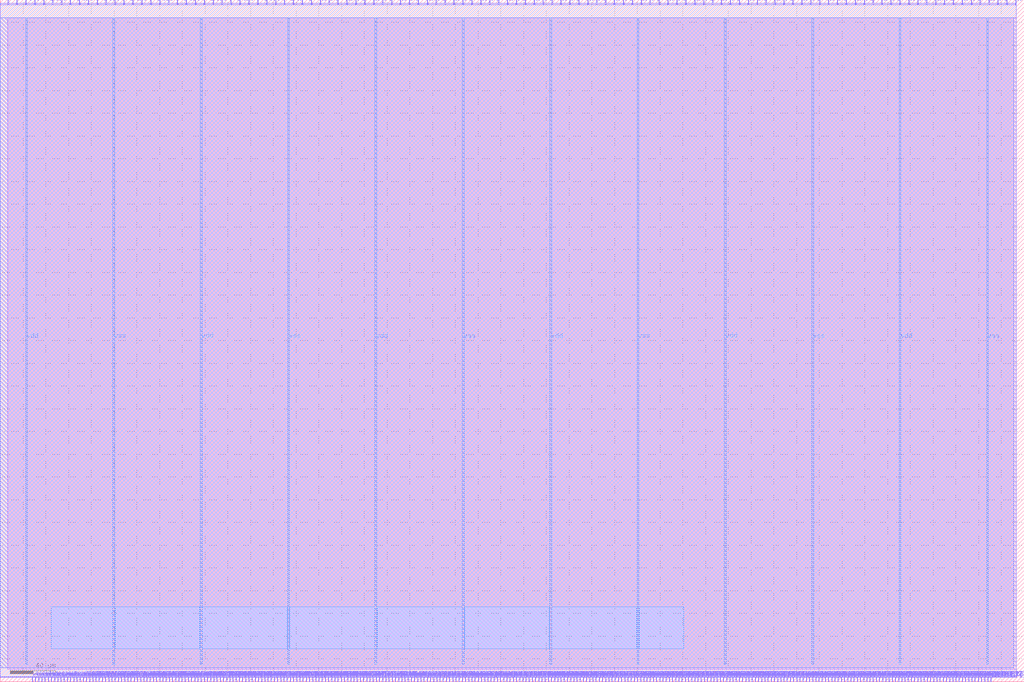
<source format=lef>
VERSION 5.7 ;
  NOWIREEXTENSIONATPIN ON ;
  DIVIDERCHAR "/" ;
  BUSBITCHARS "[]" ;
MACRO user_proj_example
  CLASS BLOCK ;
  FOREIGN user_proj_example ;
  ORIGIN 0.000 0.000 ;
  SIZE 900.000 BY 600.000 ;
  PIN io_in[0]
    DIRECTION INPUT ;
    USE SIGNAL ;
    PORT
      LAYER Metal2 ;
        RECT 6.720 596.000 7.280 600.000 ;
    END
  END io_in[0]
  PIN io_in[10]
    DIRECTION INPUT ;
    USE SIGNAL ;
    PORT
      LAYER Metal2 ;
        RECT 241.920 596.000 242.480 600.000 ;
    END
  END io_in[10]
  PIN io_in[11]
    DIRECTION INPUT ;
    USE SIGNAL ;
    PORT
      LAYER Metal2 ;
        RECT 265.440 596.000 266.000 600.000 ;
    END
  END io_in[11]
  PIN io_in[12]
    DIRECTION INPUT ;
    USE SIGNAL ;
    PORT
      LAYER Metal2 ;
        RECT 288.960 596.000 289.520 600.000 ;
    END
  END io_in[12]
  PIN io_in[13]
    DIRECTION INPUT ;
    USE SIGNAL ;
    PORT
      LAYER Metal2 ;
        RECT 312.480 596.000 313.040 600.000 ;
    END
  END io_in[13]
  PIN io_in[14]
    DIRECTION INPUT ;
    USE SIGNAL ;
    PORT
      LAYER Metal2 ;
        RECT 336.000 596.000 336.560 600.000 ;
    END
  END io_in[14]
  PIN io_in[15]
    DIRECTION INPUT ;
    USE SIGNAL ;
    PORT
      LAYER Metal2 ;
        RECT 359.520 596.000 360.080 600.000 ;
    END
  END io_in[15]
  PIN io_in[16]
    DIRECTION INPUT ;
    USE SIGNAL ;
    PORT
      LAYER Metal2 ;
        RECT 383.040 596.000 383.600 600.000 ;
    END
  END io_in[16]
  PIN io_in[17]
    DIRECTION INPUT ;
    USE SIGNAL ;
    PORT
      LAYER Metal2 ;
        RECT 406.560 596.000 407.120 600.000 ;
    END
  END io_in[17]
  PIN io_in[18]
    DIRECTION INPUT ;
    USE SIGNAL ;
    PORT
      LAYER Metal2 ;
        RECT 430.080 596.000 430.640 600.000 ;
    END
  END io_in[18]
  PIN io_in[19]
    DIRECTION INPUT ;
    USE SIGNAL ;
    PORT
      LAYER Metal2 ;
        RECT 453.600 596.000 454.160 600.000 ;
    END
  END io_in[19]
  PIN io_in[1]
    DIRECTION INPUT ;
    USE SIGNAL ;
    PORT
      LAYER Metal2 ;
        RECT 30.240 596.000 30.800 600.000 ;
    END
  END io_in[1]
  PIN io_in[20]
    DIRECTION INPUT ;
    USE SIGNAL ;
    PORT
      LAYER Metal2 ;
        RECT 477.120 596.000 477.680 600.000 ;
    END
  END io_in[20]
  PIN io_in[21]
    DIRECTION INPUT ;
    USE SIGNAL ;
    PORT
      LAYER Metal2 ;
        RECT 500.640 596.000 501.200 600.000 ;
    END
  END io_in[21]
  PIN io_in[22]
    DIRECTION INPUT ;
    USE SIGNAL ;
    PORT
      LAYER Metal2 ;
        RECT 524.160 596.000 524.720 600.000 ;
    END
  END io_in[22]
  PIN io_in[23]
    DIRECTION INPUT ;
    USE SIGNAL ;
    PORT
      LAYER Metal2 ;
        RECT 547.680 596.000 548.240 600.000 ;
    END
  END io_in[23]
  PIN io_in[24]
    DIRECTION INPUT ;
    USE SIGNAL ;
    PORT
      LAYER Metal2 ;
        RECT 571.200 596.000 571.760 600.000 ;
    END
  END io_in[24]
  PIN io_in[25]
    DIRECTION INPUT ;
    USE SIGNAL ;
    PORT
      LAYER Metal2 ;
        RECT 594.720 596.000 595.280 600.000 ;
    END
  END io_in[25]
  PIN io_in[26]
    DIRECTION INPUT ;
    USE SIGNAL ;
    PORT
      LAYER Metal2 ;
        RECT 618.240 596.000 618.800 600.000 ;
    END
  END io_in[26]
  PIN io_in[27]
    DIRECTION INPUT ;
    USE SIGNAL ;
    PORT
      LAYER Metal2 ;
        RECT 641.760 596.000 642.320 600.000 ;
    END
  END io_in[27]
  PIN io_in[28]
    DIRECTION INPUT ;
    USE SIGNAL ;
    PORT
      LAYER Metal2 ;
        RECT 665.280 596.000 665.840 600.000 ;
    END
  END io_in[28]
  PIN io_in[29]
    DIRECTION INPUT ;
    USE SIGNAL ;
    PORT
      LAYER Metal2 ;
        RECT 688.800 596.000 689.360 600.000 ;
    END
  END io_in[29]
  PIN io_in[2]
    DIRECTION INPUT ;
    USE SIGNAL ;
    PORT
      LAYER Metal2 ;
        RECT 53.760 596.000 54.320 600.000 ;
    END
  END io_in[2]
  PIN io_in[30]
    DIRECTION INPUT ;
    USE SIGNAL ;
    PORT
      LAYER Metal2 ;
        RECT 712.320 596.000 712.880 600.000 ;
    END
  END io_in[30]
  PIN io_in[31]
    DIRECTION INPUT ;
    USE SIGNAL ;
    PORT
      LAYER Metal2 ;
        RECT 735.840 596.000 736.400 600.000 ;
    END
  END io_in[31]
  PIN io_in[32]
    DIRECTION INPUT ;
    USE SIGNAL ;
    PORT
      LAYER Metal2 ;
        RECT 759.360 596.000 759.920 600.000 ;
    END
  END io_in[32]
  PIN io_in[33]
    DIRECTION INPUT ;
    USE SIGNAL ;
    PORT
      LAYER Metal2 ;
        RECT 782.880 596.000 783.440 600.000 ;
    END
  END io_in[33]
  PIN io_in[34]
    DIRECTION INPUT ;
    USE SIGNAL ;
    PORT
      LAYER Metal2 ;
        RECT 806.400 596.000 806.960 600.000 ;
    END
  END io_in[34]
  PIN io_in[35]
    DIRECTION INPUT ;
    USE SIGNAL ;
    PORT
      LAYER Metal2 ;
        RECT 829.920 596.000 830.480 600.000 ;
    END
  END io_in[35]
  PIN io_in[36]
    DIRECTION INPUT ;
    USE SIGNAL ;
    PORT
      LAYER Metal2 ;
        RECT 853.440 596.000 854.000 600.000 ;
    END
  END io_in[36]
  PIN io_in[37]
    DIRECTION INPUT ;
    USE SIGNAL ;
    PORT
      LAYER Metal2 ;
        RECT 876.960 596.000 877.520 600.000 ;
    END
  END io_in[37]
  PIN io_in[3]
    DIRECTION INPUT ;
    USE SIGNAL ;
    PORT
      LAYER Metal2 ;
        RECT 77.280 596.000 77.840 600.000 ;
    END
  END io_in[3]
  PIN io_in[4]
    DIRECTION INPUT ;
    USE SIGNAL ;
    PORT
      LAYER Metal2 ;
        RECT 100.800 596.000 101.360 600.000 ;
    END
  END io_in[4]
  PIN io_in[5]
    DIRECTION INPUT ;
    USE SIGNAL ;
    PORT
      LAYER Metal2 ;
        RECT 124.320 596.000 124.880 600.000 ;
    END
  END io_in[5]
  PIN io_in[6]
    DIRECTION INPUT ;
    USE SIGNAL ;
    PORT
      LAYER Metal2 ;
        RECT 147.840 596.000 148.400 600.000 ;
    END
  END io_in[6]
  PIN io_in[7]
    DIRECTION INPUT ;
    USE SIGNAL ;
    PORT
      LAYER Metal2 ;
        RECT 171.360 596.000 171.920 600.000 ;
    END
  END io_in[7]
  PIN io_in[8]
    DIRECTION INPUT ;
    USE SIGNAL ;
    PORT
      LAYER Metal2 ;
        RECT 194.880 596.000 195.440 600.000 ;
    END
  END io_in[8]
  PIN io_in[9]
    DIRECTION INPUT ;
    USE SIGNAL ;
    PORT
      LAYER Metal2 ;
        RECT 218.400 596.000 218.960 600.000 ;
    END
  END io_in[9]
  PIN io_oeb[0]
    DIRECTION OUTPUT TRISTATE ;
    USE SIGNAL ;
    PORT
      LAYER Metal2 ;
        RECT 14.560 596.000 15.120 600.000 ;
    END
  END io_oeb[0]
  PIN io_oeb[10]
    DIRECTION OUTPUT TRISTATE ;
    USE SIGNAL ;
    PORT
      LAYER Metal2 ;
        RECT 249.760 596.000 250.320 600.000 ;
    END
  END io_oeb[10]
  PIN io_oeb[11]
    DIRECTION OUTPUT TRISTATE ;
    USE SIGNAL ;
    PORT
      LAYER Metal2 ;
        RECT 273.280 596.000 273.840 600.000 ;
    END
  END io_oeb[11]
  PIN io_oeb[12]
    DIRECTION OUTPUT TRISTATE ;
    USE SIGNAL ;
    PORT
      LAYER Metal2 ;
        RECT 296.800 596.000 297.360 600.000 ;
    END
  END io_oeb[12]
  PIN io_oeb[13]
    DIRECTION OUTPUT TRISTATE ;
    USE SIGNAL ;
    PORT
      LAYER Metal2 ;
        RECT 320.320 596.000 320.880 600.000 ;
    END
  END io_oeb[13]
  PIN io_oeb[14]
    DIRECTION OUTPUT TRISTATE ;
    USE SIGNAL ;
    PORT
      LAYER Metal2 ;
        RECT 343.840 596.000 344.400 600.000 ;
    END
  END io_oeb[14]
  PIN io_oeb[15]
    DIRECTION OUTPUT TRISTATE ;
    USE SIGNAL ;
    PORT
      LAYER Metal2 ;
        RECT 367.360 596.000 367.920 600.000 ;
    END
  END io_oeb[15]
  PIN io_oeb[16]
    DIRECTION OUTPUT TRISTATE ;
    USE SIGNAL ;
    PORT
      LAYER Metal2 ;
        RECT 390.880 596.000 391.440 600.000 ;
    END
  END io_oeb[16]
  PIN io_oeb[17]
    DIRECTION OUTPUT TRISTATE ;
    USE SIGNAL ;
    PORT
      LAYER Metal2 ;
        RECT 414.400 596.000 414.960 600.000 ;
    END
  END io_oeb[17]
  PIN io_oeb[18]
    DIRECTION OUTPUT TRISTATE ;
    USE SIGNAL ;
    PORT
      LAYER Metal2 ;
        RECT 437.920 596.000 438.480 600.000 ;
    END
  END io_oeb[18]
  PIN io_oeb[19]
    DIRECTION OUTPUT TRISTATE ;
    USE SIGNAL ;
    PORT
      LAYER Metal2 ;
        RECT 461.440 596.000 462.000 600.000 ;
    END
  END io_oeb[19]
  PIN io_oeb[1]
    DIRECTION OUTPUT TRISTATE ;
    USE SIGNAL ;
    PORT
      LAYER Metal2 ;
        RECT 38.080 596.000 38.640 600.000 ;
    END
  END io_oeb[1]
  PIN io_oeb[20]
    DIRECTION OUTPUT TRISTATE ;
    USE SIGNAL ;
    PORT
      LAYER Metal2 ;
        RECT 484.960 596.000 485.520 600.000 ;
    END
  END io_oeb[20]
  PIN io_oeb[21]
    DIRECTION OUTPUT TRISTATE ;
    USE SIGNAL ;
    PORT
      LAYER Metal2 ;
        RECT 508.480 596.000 509.040 600.000 ;
    END
  END io_oeb[21]
  PIN io_oeb[22]
    DIRECTION OUTPUT TRISTATE ;
    USE SIGNAL ;
    PORT
      LAYER Metal2 ;
        RECT 532.000 596.000 532.560 600.000 ;
    END
  END io_oeb[22]
  PIN io_oeb[23]
    DIRECTION OUTPUT TRISTATE ;
    USE SIGNAL ;
    PORT
      LAYER Metal2 ;
        RECT 555.520 596.000 556.080 600.000 ;
    END
  END io_oeb[23]
  PIN io_oeb[24]
    DIRECTION OUTPUT TRISTATE ;
    USE SIGNAL ;
    PORT
      LAYER Metal2 ;
        RECT 579.040 596.000 579.600 600.000 ;
    END
  END io_oeb[24]
  PIN io_oeb[25]
    DIRECTION OUTPUT TRISTATE ;
    USE SIGNAL ;
    PORT
      LAYER Metal2 ;
        RECT 602.560 596.000 603.120 600.000 ;
    END
  END io_oeb[25]
  PIN io_oeb[26]
    DIRECTION OUTPUT TRISTATE ;
    USE SIGNAL ;
    PORT
      LAYER Metal2 ;
        RECT 626.080 596.000 626.640 600.000 ;
    END
  END io_oeb[26]
  PIN io_oeb[27]
    DIRECTION OUTPUT TRISTATE ;
    USE SIGNAL ;
    PORT
      LAYER Metal2 ;
        RECT 649.600 596.000 650.160 600.000 ;
    END
  END io_oeb[27]
  PIN io_oeb[28]
    DIRECTION OUTPUT TRISTATE ;
    USE SIGNAL ;
    PORT
      LAYER Metal2 ;
        RECT 673.120 596.000 673.680 600.000 ;
    END
  END io_oeb[28]
  PIN io_oeb[29]
    DIRECTION OUTPUT TRISTATE ;
    USE SIGNAL ;
    PORT
      LAYER Metal2 ;
        RECT 696.640 596.000 697.200 600.000 ;
    END
  END io_oeb[29]
  PIN io_oeb[2]
    DIRECTION OUTPUT TRISTATE ;
    USE SIGNAL ;
    PORT
      LAYER Metal2 ;
        RECT 61.600 596.000 62.160 600.000 ;
    END
  END io_oeb[2]
  PIN io_oeb[30]
    DIRECTION OUTPUT TRISTATE ;
    USE SIGNAL ;
    PORT
      LAYER Metal2 ;
        RECT 720.160 596.000 720.720 600.000 ;
    END
  END io_oeb[30]
  PIN io_oeb[31]
    DIRECTION OUTPUT TRISTATE ;
    USE SIGNAL ;
    PORT
      LAYER Metal2 ;
        RECT 743.680 596.000 744.240 600.000 ;
    END
  END io_oeb[31]
  PIN io_oeb[32]
    DIRECTION OUTPUT TRISTATE ;
    USE SIGNAL ;
    PORT
      LAYER Metal2 ;
        RECT 767.200 596.000 767.760 600.000 ;
    END
  END io_oeb[32]
  PIN io_oeb[33]
    DIRECTION OUTPUT TRISTATE ;
    USE SIGNAL ;
    PORT
      LAYER Metal2 ;
        RECT 790.720 596.000 791.280 600.000 ;
    END
  END io_oeb[33]
  PIN io_oeb[34]
    DIRECTION OUTPUT TRISTATE ;
    USE SIGNAL ;
    PORT
      LAYER Metal2 ;
        RECT 814.240 596.000 814.800 600.000 ;
    END
  END io_oeb[34]
  PIN io_oeb[35]
    DIRECTION OUTPUT TRISTATE ;
    USE SIGNAL ;
    PORT
      LAYER Metal2 ;
        RECT 837.760 596.000 838.320 600.000 ;
    END
  END io_oeb[35]
  PIN io_oeb[36]
    DIRECTION OUTPUT TRISTATE ;
    USE SIGNAL ;
    PORT
      LAYER Metal2 ;
        RECT 861.280 596.000 861.840 600.000 ;
    END
  END io_oeb[36]
  PIN io_oeb[37]
    DIRECTION OUTPUT TRISTATE ;
    USE SIGNAL ;
    PORT
      LAYER Metal2 ;
        RECT 884.800 596.000 885.360 600.000 ;
    END
  END io_oeb[37]
  PIN io_oeb[3]
    DIRECTION OUTPUT TRISTATE ;
    USE SIGNAL ;
    PORT
      LAYER Metal2 ;
        RECT 85.120 596.000 85.680 600.000 ;
    END
  END io_oeb[3]
  PIN io_oeb[4]
    DIRECTION OUTPUT TRISTATE ;
    USE SIGNAL ;
    PORT
      LAYER Metal2 ;
        RECT 108.640 596.000 109.200 600.000 ;
    END
  END io_oeb[4]
  PIN io_oeb[5]
    DIRECTION OUTPUT TRISTATE ;
    USE SIGNAL ;
    PORT
      LAYER Metal2 ;
        RECT 132.160 596.000 132.720 600.000 ;
    END
  END io_oeb[5]
  PIN io_oeb[6]
    DIRECTION OUTPUT TRISTATE ;
    USE SIGNAL ;
    PORT
      LAYER Metal2 ;
        RECT 155.680 596.000 156.240 600.000 ;
    END
  END io_oeb[6]
  PIN io_oeb[7]
    DIRECTION OUTPUT TRISTATE ;
    USE SIGNAL ;
    PORT
      LAYER Metal2 ;
        RECT 179.200 596.000 179.760 600.000 ;
    END
  END io_oeb[7]
  PIN io_oeb[8]
    DIRECTION OUTPUT TRISTATE ;
    USE SIGNAL ;
    PORT
      LAYER Metal2 ;
        RECT 202.720 596.000 203.280 600.000 ;
    END
  END io_oeb[8]
  PIN io_oeb[9]
    DIRECTION OUTPUT TRISTATE ;
    USE SIGNAL ;
    PORT
      LAYER Metal2 ;
        RECT 226.240 596.000 226.800 600.000 ;
    END
  END io_oeb[9]
  PIN io_out[0]
    DIRECTION OUTPUT TRISTATE ;
    USE SIGNAL ;
    PORT
      LAYER Metal2 ;
        RECT 22.400 596.000 22.960 600.000 ;
    END
  END io_out[0]
  PIN io_out[10]
    DIRECTION OUTPUT TRISTATE ;
    USE SIGNAL ;
    PORT
      LAYER Metal2 ;
        RECT 257.600 596.000 258.160 600.000 ;
    END
  END io_out[10]
  PIN io_out[11]
    DIRECTION OUTPUT TRISTATE ;
    USE SIGNAL ;
    PORT
      LAYER Metal2 ;
        RECT 281.120 596.000 281.680 600.000 ;
    END
  END io_out[11]
  PIN io_out[12]
    DIRECTION OUTPUT TRISTATE ;
    USE SIGNAL ;
    PORT
      LAYER Metal2 ;
        RECT 304.640 596.000 305.200 600.000 ;
    END
  END io_out[12]
  PIN io_out[13]
    DIRECTION OUTPUT TRISTATE ;
    USE SIGNAL ;
    PORT
      LAYER Metal2 ;
        RECT 328.160 596.000 328.720 600.000 ;
    END
  END io_out[13]
  PIN io_out[14]
    DIRECTION OUTPUT TRISTATE ;
    USE SIGNAL ;
    PORT
      LAYER Metal2 ;
        RECT 351.680 596.000 352.240 600.000 ;
    END
  END io_out[14]
  PIN io_out[15]
    DIRECTION OUTPUT TRISTATE ;
    USE SIGNAL ;
    PORT
      LAYER Metal2 ;
        RECT 375.200 596.000 375.760 600.000 ;
    END
  END io_out[15]
  PIN io_out[16]
    DIRECTION OUTPUT TRISTATE ;
    USE SIGNAL ;
    PORT
      LAYER Metal2 ;
        RECT 398.720 596.000 399.280 600.000 ;
    END
  END io_out[16]
  PIN io_out[17]
    DIRECTION OUTPUT TRISTATE ;
    USE SIGNAL ;
    PORT
      LAYER Metal2 ;
        RECT 422.240 596.000 422.800 600.000 ;
    END
  END io_out[17]
  PIN io_out[18]
    DIRECTION OUTPUT TRISTATE ;
    USE SIGNAL ;
    PORT
      LAYER Metal2 ;
        RECT 445.760 596.000 446.320 600.000 ;
    END
  END io_out[18]
  PIN io_out[19]
    DIRECTION OUTPUT TRISTATE ;
    USE SIGNAL ;
    PORT
      LAYER Metal2 ;
        RECT 469.280 596.000 469.840 600.000 ;
    END
  END io_out[19]
  PIN io_out[1]
    DIRECTION OUTPUT TRISTATE ;
    USE SIGNAL ;
    PORT
      LAYER Metal2 ;
        RECT 45.920 596.000 46.480 600.000 ;
    END
  END io_out[1]
  PIN io_out[20]
    DIRECTION OUTPUT TRISTATE ;
    USE SIGNAL ;
    PORT
      LAYER Metal2 ;
        RECT 492.800 596.000 493.360 600.000 ;
    END
  END io_out[20]
  PIN io_out[21]
    DIRECTION OUTPUT TRISTATE ;
    USE SIGNAL ;
    PORT
      LAYER Metal2 ;
        RECT 516.320 596.000 516.880 600.000 ;
    END
  END io_out[21]
  PIN io_out[22]
    DIRECTION OUTPUT TRISTATE ;
    USE SIGNAL ;
    PORT
      LAYER Metal2 ;
        RECT 539.840 596.000 540.400 600.000 ;
    END
  END io_out[22]
  PIN io_out[23]
    DIRECTION OUTPUT TRISTATE ;
    USE SIGNAL ;
    PORT
      LAYER Metal2 ;
        RECT 563.360 596.000 563.920 600.000 ;
    END
  END io_out[23]
  PIN io_out[24]
    DIRECTION OUTPUT TRISTATE ;
    USE SIGNAL ;
    PORT
      LAYER Metal2 ;
        RECT 586.880 596.000 587.440 600.000 ;
    END
  END io_out[24]
  PIN io_out[25]
    DIRECTION OUTPUT TRISTATE ;
    USE SIGNAL ;
    PORT
      LAYER Metal2 ;
        RECT 610.400 596.000 610.960 600.000 ;
    END
  END io_out[25]
  PIN io_out[26]
    DIRECTION OUTPUT TRISTATE ;
    USE SIGNAL ;
    PORT
      LAYER Metal2 ;
        RECT 633.920 596.000 634.480 600.000 ;
    END
  END io_out[26]
  PIN io_out[27]
    DIRECTION OUTPUT TRISTATE ;
    USE SIGNAL ;
    PORT
      LAYER Metal2 ;
        RECT 657.440 596.000 658.000 600.000 ;
    END
  END io_out[27]
  PIN io_out[28]
    DIRECTION OUTPUT TRISTATE ;
    USE SIGNAL ;
    PORT
      LAYER Metal2 ;
        RECT 680.960 596.000 681.520 600.000 ;
    END
  END io_out[28]
  PIN io_out[29]
    DIRECTION OUTPUT TRISTATE ;
    USE SIGNAL ;
    PORT
      LAYER Metal2 ;
        RECT 704.480 596.000 705.040 600.000 ;
    END
  END io_out[29]
  PIN io_out[2]
    DIRECTION OUTPUT TRISTATE ;
    USE SIGNAL ;
    PORT
      LAYER Metal2 ;
        RECT 69.440 596.000 70.000 600.000 ;
    END
  END io_out[2]
  PIN io_out[30]
    DIRECTION OUTPUT TRISTATE ;
    USE SIGNAL ;
    PORT
      LAYER Metal2 ;
        RECT 728.000 596.000 728.560 600.000 ;
    END
  END io_out[30]
  PIN io_out[31]
    DIRECTION OUTPUT TRISTATE ;
    USE SIGNAL ;
    PORT
      LAYER Metal2 ;
        RECT 751.520 596.000 752.080 600.000 ;
    END
  END io_out[31]
  PIN io_out[32]
    DIRECTION OUTPUT TRISTATE ;
    USE SIGNAL ;
    PORT
      LAYER Metal2 ;
        RECT 775.040 596.000 775.600 600.000 ;
    END
  END io_out[32]
  PIN io_out[33]
    DIRECTION OUTPUT TRISTATE ;
    USE SIGNAL ;
    PORT
      LAYER Metal2 ;
        RECT 798.560 596.000 799.120 600.000 ;
    END
  END io_out[33]
  PIN io_out[34]
    DIRECTION OUTPUT TRISTATE ;
    USE SIGNAL ;
    PORT
      LAYER Metal2 ;
        RECT 822.080 596.000 822.640 600.000 ;
    END
  END io_out[34]
  PIN io_out[35]
    DIRECTION OUTPUT TRISTATE ;
    USE SIGNAL ;
    PORT
      LAYER Metal2 ;
        RECT 845.600 596.000 846.160 600.000 ;
    END
  END io_out[35]
  PIN io_out[36]
    DIRECTION OUTPUT TRISTATE ;
    USE SIGNAL ;
    PORT
      LAYER Metal2 ;
        RECT 869.120 596.000 869.680 600.000 ;
    END
  END io_out[36]
  PIN io_out[37]
    DIRECTION OUTPUT TRISTATE ;
    USE SIGNAL ;
    PORT
      LAYER Metal2 ;
        RECT 892.640 596.000 893.200 600.000 ;
    END
  END io_out[37]
  PIN io_out[3]
    DIRECTION OUTPUT TRISTATE ;
    USE SIGNAL ;
    PORT
      LAYER Metal2 ;
        RECT 92.960 596.000 93.520 600.000 ;
    END
  END io_out[3]
  PIN io_out[4]
    DIRECTION OUTPUT TRISTATE ;
    USE SIGNAL ;
    PORT
      LAYER Metal2 ;
        RECT 116.480 596.000 117.040 600.000 ;
    END
  END io_out[4]
  PIN io_out[5]
    DIRECTION OUTPUT TRISTATE ;
    USE SIGNAL ;
    PORT
      LAYER Metal2 ;
        RECT 140.000 596.000 140.560 600.000 ;
    END
  END io_out[5]
  PIN io_out[6]
    DIRECTION OUTPUT TRISTATE ;
    USE SIGNAL ;
    PORT
      LAYER Metal2 ;
        RECT 163.520 596.000 164.080 600.000 ;
    END
  END io_out[6]
  PIN io_out[7]
    DIRECTION OUTPUT TRISTATE ;
    USE SIGNAL ;
    PORT
      LAYER Metal2 ;
        RECT 187.040 596.000 187.600 600.000 ;
    END
  END io_out[7]
  PIN io_out[8]
    DIRECTION OUTPUT TRISTATE ;
    USE SIGNAL ;
    PORT
      LAYER Metal2 ;
        RECT 210.560 596.000 211.120 600.000 ;
    END
  END io_out[8]
  PIN io_out[9]
    DIRECTION OUTPUT TRISTATE ;
    USE SIGNAL ;
    PORT
      LAYER Metal2 ;
        RECT 234.080 596.000 234.640 600.000 ;
    END
  END io_out[9]
  PIN irq[0]
    DIRECTION OUTPUT TRISTATE ;
    USE SIGNAL ;
    PORT
      LAYER Metal2 ;
        RECT 862.400 0.000 862.960 4.000 ;
    END
  END irq[0]
  PIN irq[1]
    DIRECTION OUTPUT TRISTATE ;
    USE SIGNAL ;
    PORT
      LAYER Metal2 ;
        RECT 865.200 0.000 865.760 4.000 ;
    END
  END irq[1]
  PIN irq[2]
    DIRECTION OUTPUT TRISTATE ;
    USE SIGNAL ;
    PORT
      LAYER Metal2 ;
        RECT 868.000 0.000 868.560 4.000 ;
    END
  END irq[2]
  PIN la_data_in[0]
    DIRECTION INPUT ;
    USE SIGNAL ;
    PORT
      LAYER Metal2 ;
        RECT 324.800 0.000 325.360 4.000 ;
    END
  END la_data_in[0]
  PIN la_data_in[10]
    DIRECTION INPUT ;
    USE SIGNAL ;
    PORT
      LAYER Metal2 ;
        RECT 408.800 0.000 409.360 4.000 ;
    END
  END la_data_in[10]
  PIN la_data_in[11]
    DIRECTION INPUT ;
    USE SIGNAL ;
    PORT
      LAYER Metal2 ;
        RECT 417.200 0.000 417.760 4.000 ;
    END
  END la_data_in[11]
  PIN la_data_in[12]
    DIRECTION INPUT ;
    USE SIGNAL ;
    PORT
      LAYER Metal2 ;
        RECT 425.600 0.000 426.160 4.000 ;
    END
  END la_data_in[12]
  PIN la_data_in[13]
    DIRECTION INPUT ;
    USE SIGNAL ;
    PORT
      LAYER Metal2 ;
        RECT 434.000 0.000 434.560 4.000 ;
    END
  END la_data_in[13]
  PIN la_data_in[14]
    DIRECTION INPUT ;
    USE SIGNAL ;
    PORT
      LAYER Metal2 ;
        RECT 442.400 0.000 442.960 4.000 ;
    END
  END la_data_in[14]
  PIN la_data_in[15]
    DIRECTION INPUT ;
    USE SIGNAL ;
    PORT
      LAYER Metal2 ;
        RECT 450.800 0.000 451.360 4.000 ;
    END
  END la_data_in[15]
  PIN la_data_in[16]
    DIRECTION INPUT ;
    USE SIGNAL ;
    PORT
      LAYER Metal2 ;
        RECT 459.200 0.000 459.760 4.000 ;
    END
  END la_data_in[16]
  PIN la_data_in[17]
    DIRECTION INPUT ;
    USE SIGNAL ;
    PORT
      LAYER Metal2 ;
        RECT 467.600 0.000 468.160 4.000 ;
    END
  END la_data_in[17]
  PIN la_data_in[18]
    DIRECTION INPUT ;
    USE SIGNAL ;
    PORT
      LAYER Metal2 ;
        RECT 476.000 0.000 476.560 4.000 ;
    END
  END la_data_in[18]
  PIN la_data_in[19]
    DIRECTION INPUT ;
    USE SIGNAL ;
    PORT
      LAYER Metal2 ;
        RECT 484.400 0.000 484.960 4.000 ;
    END
  END la_data_in[19]
  PIN la_data_in[1]
    DIRECTION INPUT ;
    USE SIGNAL ;
    PORT
      LAYER Metal2 ;
        RECT 333.200 0.000 333.760 4.000 ;
    END
  END la_data_in[1]
  PIN la_data_in[20]
    DIRECTION INPUT ;
    USE SIGNAL ;
    PORT
      LAYER Metal2 ;
        RECT 492.800 0.000 493.360 4.000 ;
    END
  END la_data_in[20]
  PIN la_data_in[21]
    DIRECTION INPUT ;
    USE SIGNAL ;
    PORT
      LAYER Metal2 ;
        RECT 501.200 0.000 501.760 4.000 ;
    END
  END la_data_in[21]
  PIN la_data_in[22]
    DIRECTION INPUT ;
    USE SIGNAL ;
    PORT
      LAYER Metal2 ;
        RECT 509.600 0.000 510.160 4.000 ;
    END
  END la_data_in[22]
  PIN la_data_in[23]
    DIRECTION INPUT ;
    USE SIGNAL ;
    PORT
      LAYER Metal2 ;
        RECT 518.000 0.000 518.560 4.000 ;
    END
  END la_data_in[23]
  PIN la_data_in[24]
    DIRECTION INPUT ;
    USE SIGNAL ;
    PORT
      LAYER Metal2 ;
        RECT 526.400 0.000 526.960 4.000 ;
    END
  END la_data_in[24]
  PIN la_data_in[25]
    DIRECTION INPUT ;
    USE SIGNAL ;
    PORT
      LAYER Metal2 ;
        RECT 534.800 0.000 535.360 4.000 ;
    END
  END la_data_in[25]
  PIN la_data_in[26]
    DIRECTION INPUT ;
    USE SIGNAL ;
    PORT
      LAYER Metal2 ;
        RECT 543.200 0.000 543.760 4.000 ;
    END
  END la_data_in[26]
  PIN la_data_in[27]
    DIRECTION INPUT ;
    USE SIGNAL ;
    PORT
      LAYER Metal2 ;
        RECT 551.600 0.000 552.160 4.000 ;
    END
  END la_data_in[27]
  PIN la_data_in[28]
    DIRECTION INPUT ;
    USE SIGNAL ;
    PORT
      LAYER Metal2 ;
        RECT 560.000 0.000 560.560 4.000 ;
    END
  END la_data_in[28]
  PIN la_data_in[29]
    DIRECTION INPUT ;
    USE SIGNAL ;
    PORT
      LAYER Metal2 ;
        RECT 568.400 0.000 568.960 4.000 ;
    END
  END la_data_in[29]
  PIN la_data_in[2]
    DIRECTION INPUT ;
    USE SIGNAL ;
    PORT
      LAYER Metal2 ;
        RECT 341.600 0.000 342.160 4.000 ;
    END
  END la_data_in[2]
  PIN la_data_in[30]
    DIRECTION INPUT ;
    USE SIGNAL ;
    PORT
      LAYER Metal2 ;
        RECT 576.800 0.000 577.360 4.000 ;
    END
  END la_data_in[30]
  PIN la_data_in[31]
    DIRECTION INPUT ;
    USE SIGNAL ;
    PORT
      LAYER Metal2 ;
        RECT 585.200 0.000 585.760 4.000 ;
    END
  END la_data_in[31]
  PIN la_data_in[32]
    DIRECTION INPUT ;
    USE SIGNAL ;
    PORT
      LAYER Metal2 ;
        RECT 593.600 0.000 594.160 4.000 ;
    END
  END la_data_in[32]
  PIN la_data_in[33]
    DIRECTION INPUT ;
    USE SIGNAL ;
    PORT
      LAYER Metal2 ;
        RECT 602.000 0.000 602.560 4.000 ;
    END
  END la_data_in[33]
  PIN la_data_in[34]
    DIRECTION INPUT ;
    USE SIGNAL ;
    PORT
      LAYER Metal2 ;
        RECT 610.400 0.000 610.960 4.000 ;
    END
  END la_data_in[34]
  PIN la_data_in[35]
    DIRECTION INPUT ;
    USE SIGNAL ;
    PORT
      LAYER Metal2 ;
        RECT 618.800 0.000 619.360 4.000 ;
    END
  END la_data_in[35]
  PIN la_data_in[36]
    DIRECTION INPUT ;
    USE SIGNAL ;
    PORT
      LAYER Metal2 ;
        RECT 627.200 0.000 627.760 4.000 ;
    END
  END la_data_in[36]
  PIN la_data_in[37]
    DIRECTION INPUT ;
    USE SIGNAL ;
    PORT
      LAYER Metal2 ;
        RECT 635.600 0.000 636.160 4.000 ;
    END
  END la_data_in[37]
  PIN la_data_in[38]
    DIRECTION INPUT ;
    USE SIGNAL ;
    PORT
      LAYER Metal2 ;
        RECT 644.000 0.000 644.560 4.000 ;
    END
  END la_data_in[38]
  PIN la_data_in[39]
    DIRECTION INPUT ;
    USE SIGNAL ;
    PORT
      LAYER Metal2 ;
        RECT 652.400 0.000 652.960 4.000 ;
    END
  END la_data_in[39]
  PIN la_data_in[3]
    DIRECTION INPUT ;
    USE SIGNAL ;
    PORT
      LAYER Metal2 ;
        RECT 350.000 0.000 350.560 4.000 ;
    END
  END la_data_in[3]
  PIN la_data_in[40]
    DIRECTION INPUT ;
    USE SIGNAL ;
    PORT
      LAYER Metal2 ;
        RECT 660.800 0.000 661.360 4.000 ;
    END
  END la_data_in[40]
  PIN la_data_in[41]
    DIRECTION INPUT ;
    USE SIGNAL ;
    PORT
      LAYER Metal2 ;
        RECT 669.200 0.000 669.760 4.000 ;
    END
  END la_data_in[41]
  PIN la_data_in[42]
    DIRECTION INPUT ;
    USE SIGNAL ;
    PORT
      LAYER Metal2 ;
        RECT 677.600 0.000 678.160 4.000 ;
    END
  END la_data_in[42]
  PIN la_data_in[43]
    DIRECTION INPUT ;
    USE SIGNAL ;
    PORT
      LAYER Metal2 ;
        RECT 686.000 0.000 686.560 4.000 ;
    END
  END la_data_in[43]
  PIN la_data_in[44]
    DIRECTION INPUT ;
    USE SIGNAL ;
    PORT
      LAYER Metal2 ;
        RECT 694.400 0.000 694.960 4.000 ;
    END
  END la_data_in[44]
  PIN la_data_in[45]
    DIRECTION INPUT ;
    USE SIGNAL ;
    PORT
      LAYER Metal2 ;
        RECT 702.800 0.000 703.360 4.000 ;
    END
  END la_data_in[45]
  PIN la_data_in[46]
    DIRECTION INPUT ;
    USE SIGNAL ;
    PORT
      LAYER Metal2 ;
        RECT 711.200 0.000 711.760 4.000 ;
    END
  END la_data_in[46]
  PIN la_data_in[47]
    DIRECTION INPUT ;
    USE SIGNAL ;
    PORT
      LAYER Metal2 ;
        RECT 719.600 0.000 720.160 4.000 ;
    END
  END la_data_in[47]
  PIN la_data_in[48]
    DIRECTION INPUT ;
    USE SIGNAL ;
    PORT
      LAYER Metal2 ;
        RECT 728.000 0.000 728.560 4.000 ;
    END
  END la_data_in[48]
  PIN la_data_in[49]
    DIRECTION INPUT ;
    USE SIGNAL ;
    PORT
      LAYER Metal2 ;
        RECT 736.400 0.000 736.960 4.000 ;
    END
  END la_data_in[49]
  PIN la_data_in[4]
    DIRECTION INPUT ;
    USE SIGNAL ;
    PORT
      LAYER Metal2 ;
        RECT 358.400 0.000 358.960 4.000 ;
    END
  END la_data_in[4]
  PIN la_data_in[50]
    DIRECTION INPUT ;
    USE SIGNAL ;
    PORT
      LAYER Metal2 ;
        RECT 744.800 0.000 745.360 4.000 ;
    END
  END la_data_in[50]
  PIN la_data_in[51]
    DIRECTION INPUT ;
    USE SIGNAL ;
    PORT
      LAYER Metal2 ;
        RECT 753.200 0.000 753.760 4.000 ;
    END
  END la_data_in[51]
  PIN la_data_in[52]
    DIRECTION INPUT ;
    USE SIGNAL ;
    PORT
      LAYER Metal2 ;
        RECT 761.600 0.000 762.160 4.000 ;
    END
  END la_data_in[52]
  PIN la_data_in[53]
    DIRECTION INPUT ;
    USE SIGNAL ;
    PORT
      LAYER Metal2 ;
        RECT 770.000 0.000 770.560 4.000 ;
    END
  END la_data_in[53]
  PIN la_data_in[54]
    DIRECTION INPUT ;
    USE SIGNAL ;
    PORT
      LAYER Metal2 ;
        RECT 778.400 0.000 778.960 4.000 ;
    END
  END la_data_in[54]
  PIN la_data_in[55]
    DIRECTION INPUT ;
    USE SIGNAL ;
    PORT
      LAYER Metal2 ;
        RECT 786.800 0.000 787.360 4.000 ;
    END
  END la_data_in[55]
  PIN la_data_in[56]
    DIRECTION INPUT ;
    USE SIGNAL ;
    PORT
      LAYER Metal2 ;
        RECT 795.200 0.000 795.760 4.000 ;
    END
  END la_data_in[56]
  PIN la_data_in[57]
    DIRECTION INPUT ;
    USE SIGNAL ;
    PORT
      LAYER Metal2 ;
        RECT 803.600 0.000 804.160 4.000 ;
    END
  END la_data_in[57]
  PIN la_data_in[58]
    DIRECTION INPUT ;
    USE SIGNAL ;
    PORT
      LAYER Metal2 ;
        RECT 812.000 0.000 812.560 4.000 ;
    END
  END la_data_in[58]
  PIN la_data_in[59]
    DIRECTION INPUT ;
    USE SIGNAL ;
    PORT
      LAYER Metal2 ;
        RECT 820.400 0.000 820.960 4.000 ;
    END
  END la_data_in[59]
  PIN la_data_in[5]
    DIRECTION INPUT ;
    USE SIGNAL ;
    PORT
      LAYER Metal2 ;
        RECT 366.800 0.000 367.360 4.000 ;
    END
  END la_data_in[5]
  PIN la_data_in[60]
    DIRECTION INPUT ;
    USE SIGNAL ;
    PORT
      LAYER Metal2 ;
        RECT 828.800 0.000 829.360 4.000 ;
    END
  END la_data_in[60]
  PIN la_data_in[61]
    DIRECTION INPUT ;
    USE SIGNAL ;
    PORT
      LAYER Metal2 ;
        RECT 837.200 0.000 837.760 4.000 ;
    END
  END la_data_in[61]
  PIN la_data_in[62]
    DIRECTION INPUT ;
    USE SIGNAL ;
    PORT
      LAYER Metal2 ;
        RECT 845.600 0.000 846.160 4.000 ;
    END
  END la_data_in[62]
  PIN la_data_in[63]
    DIRECTION INPUT ;
    USE SIGNAL ;
    PORT
      LAYER Metal2 ;
        RECT 854.000 0.000 854.560 4.000 ;
    END
  END la_data_in[63]
  PIN la_data_in[6]
    DIRECTION INPUT ;
    USE SIGNAL ;
    PORT
      LAYER Metal2 ;
        RECT 375.200 0.000 375.760 4.000 ;
    END
  END la_data_in[6]
  PIN la_data_in[7]
    DIRECTION INPUT ;
    USE SIGNAL ;
    PORT
      LAYER Metal2 ;
        RECT 383.600 0.000 384.160 4.000 ;
    END
  END la_data_in[7]
  PIN la_data_in[8]
    DIRECTION INPUT ;
    USE SIGNAL ;
    PORT
      LAYER Metal2 ;
        RECT 392.000 0.000 392.560 4.000 ;
    END
  END la_data_in[8]
  PIN la_data_in[9]
    DIRECTION INPUT ;
    USE SIGNAL ;
    PORT
      LAYER Metal2 ;
        RECT 400.400 0.000 400.960 4.000 ;
    END
  END la_data_in[9]
  PIN la_data_out[0]
    DIRECTION OUTPUT TRISTATE ;
    USE SIGNAL ;
    PORT
      LAYER Metal2 ;
        RECT 327.600 0.000 328.160 4.000 ;
    END
  END la_data_out[0]
  PIN la_data_out[10]
    DIRECTION OUTPUT TRISTATE ;
    USE SIGNAL ;
    PORT
      LAYER Metal2 ;
        RECT 411.600 0.000 412.160 4.000 ;
    END
  END la_data_out[10]
  PIN la_data_out[11]
    DIRECTION OUTPUT TRISTATE ;
    USE SIGNAL ;
    PORT
      LAYER Metal2 ;
        RECT 420.000 0.000 420.560 4.000 ;
    END
  END la_data_out[11]
  PIN la_data_out[12]
    DIRECTION OUTPUT TRISTATE ;
    USE SIGNAL ;
    PORT
      LAYER Metal2 ;
        RECT 428.400 0.000 428.960 4.000 ;
    END
  END la_data_out[12]
  PIN la_data_out[13]
    DIRECTION OUTPUT TRISTATE ;
    USE SIGNAL ;
    PORT
      LAYER Metal2 ;
        RECT 436.800 0.000 437.360 4.000 ;
    END
  END la_data_out[13]
  PIN la_data_out[14]
    DIRECTION OUTPUT TRISTATE ;
    USE SIGNAL ;
    PORT
      LAYER Metal2 ;
        RECT 445.200 0.000 445.760 4.000 ;
    END
  END la_data_out[14]
  PIN la_data_out[15]
    DIRECTION OUTPUT TRISTATE ;
    USE SIGNAL ;
    PORT
      LAYER Metal2 ;
        RECT 453.600 0.000 454.160 4.000 ;
    END
  END la_data_out[15]
  PIN la_data_out[16]
    DIRECTION OUTPUT TRISTATE ;
    USE SIGNAL ;
    PORT
      LAYER Metal2 ;
        RECT 462.000 0.000 462.560 4.000 ;
    END
  END la_data_out[16]
  PIN la_data_out[17]
    DIRECTION OUTPUT TRISTATE ;
    USE SIGNAL ;
    PORT
      LAYER Metal2 ;
        RECT 470.400 0.000 470.960 4.000 ;
    END
  END la_data_out[17]
  PIN la_data_out[18]
    DIRECTION OUTPUT TRISTATE ;
    USE SIGNAL ;
    PORT
      LAYER Metal2 ;
        RECT 478.800 0.000 479.360 4.000 ;
    END
  END la_data_out[18]
  PIN la_data_out[19]
    DIRECTION OUTPUT TRISTATE ;
    USE SIGNAL ;
    PORT
      LAYER Metal2 ;
        RECT 487.200 0.000 487.760 4.000 ;
    END
  END la_data_out[19]
  PIN la_data_out[1]
    DIRECTION OUTPUT TRISTATE ;
    USE SIGNAL ;
    PORT
      LAYER Metal2 ;
        RECT 336.000 0.000 336.560 4.000 ;
    END
  END la_data_out[1]
  PIN la_data_out[20]
    DIRECTION OUTPUT TRISTATE ;
    USE SIGNAL ;
    PORT
      LAYER Metal2 ;
        RECT 495.600 0.000 496.160 4.000 ;
    END
  END la_data_out[20]
  PIN la_data_out[21]
    DIRECTION OUTPUT TRISTATE ;
    USE SIGNAL ;
    PORT
      LAYER Metal2 ;
        RECT 504.000 0.000 504.560 4.000 ;
    END
  END la_data_out[21]
  PIN la_data_out[22]
    DIRECTION OUTPUT TRISTATE ;
    USE SIGNAL ;
    PORT
      LAYER Metal2 ;
        RECT 512.400 0.000 512.960 4.000 ;
    END
  END la_data_out[22]
  PIN la_data_out[23]
    DIRECTION OUTPUT TRISTATE ;
    USE SIGNAL ;
    PORT
      LAYER Metal2 ;
        RECT 520.800 0.000 521.360 4.000 ;
    END
  END la_data_out[23]
  PIN la_data_out[24]
    DIRECTION OUTPUT TRISTATE ;
    USE SIGNAL ;
    PORT
      LAYER Metal2 ;
        RECT 529.200 0.000 529.760 4.000 ;
    END
  END la_data_out[24]
  PIN la_data_out[25]
    DIRECTION OUTPUT TRISTATE ;
    USE SIGNAL ;
    PORT
      LAYER Metal2 ;
        RECT 537.600 0.000 538.160 4.000 ;
    END
  END la_data_out[25]
  PIN la_data_out[26]
    DIRECTION OUTPUT TRISTATE ;
    USE SIGNAL ;
    PORT
      LAYER Metal2 ;
        RECT 546.000 0.000 546.560 4.000 ;
    END
  END la_data_out[26]
  PIN la_data_out[27]
    DIRECTION OUTPUT TRISTATE ;
    USE SIGNAL ;
    PORT
      LAYER Metal2 ;
        RECT 554.400 0.000 554.960 4.000 ;
    END
  END la_data_out[27]
  PIN la_data_out[28]
    DIRECTION OUTPUT TRISTATE ;
    USE SIGNAL ;
    PORT
      LAYER Metal2 ;
        RECT 562.800 0.000 563.360 4.000 ;
    END
  END la_data_out[28]
  PIN la_data_out[29]
    DIRECTION OUTPUT TRISTATE ;
    USE SIGNAL ;
    PORT
      LAYER Metal2 ;
        RECT 571.200 0.000 571.760 4.000 ;
    END
  END la_data_out[29]
  PIN la_data_out[2]
    DIRECTION OUTPUT TRISTATE ;
    USE SIGNAL ;
    PORT
      LAYER Metal2 ;
        RECT 344.400 0.000 344.960 4.000 ;
    END
  END la_data_out[2]
  PIN la_data_out[30]
    DIRECTION OUTPUT TRISTATE ;
    USE SIGNAL ;
    PORT
      LAYER Metal2 ;
        RECT 579.600 0.000 580.160 4.000 ;
    END
  END la_data_out[30]
  PIN la_data_out[31]
    DIRECTION OUTPUT TRISTATE ;
    USE SIGNAL ;
    PORT
      LAYER Metal2 ;
        RECT 588.000 0.000 588.560 4.000 ;
    END
  END la_data_out[31]
  PIN la_data_out[32]
    DIRECTION OUTPUT TRISTATE ;
    USE SIGNAL ;
    PORT
      LAYER Metal2 ;
        RECT 596.400 0.000 596.960 4.000 ;
    END
  END la_data_out[32]
  PIN la_data_out[33]
    DIRECTION OUTPUT TRISTATE ;
    USE SIGNAL ;
    PORT
      LAYER Metal2 ;
        RECT 604.800 0.000 605.360 4.000 ;
    END
  END la_data_out[33]
  PIN la_data_out[34]
    DIRECTION OUTPUT TRISTATE ;
    USE SIGNAL ;
    PORT
      LAYER Metal2 ;
        RECT 613.200 0.000 613.760 4.000 ;
    END
  END la_data_out[34]
  PIN la_data_out[35]
    DIRECTION OUTPUT TRISTATE ;
    USE SIGNAL ;
    PORT
      LAYER Metal2 ;
        RECT 621.600 0.000 622.160 4.000 ;
    END
  END la_data_out[35]
  PIN la_data_out[36]
    DIRECTION OUTPUT TRISTATE ;
    USE SIGNAL ;
    PORT
      LAYER Metal2 ;
        RECT 630.000 0.000 630.560 4.000 ;
    END
  END la_data_out[36]
  PIN la_data_out[37]
    DIRECTION OUTPUT TRISTATE ;
    USE SIGNAL ;
    PORT
      LAYER Metal2 ;
        RECT 638.400 0.000 638.960 4.000 ;
    END
  END la_data_out[37]
  PIN la_data_out[38]
    DIRECTION OUTPUT TRISTATE ;
    USE SIGNAL ;
    PORT
      LAYER Metal2 ;
        RECT 646.800 0.000 647.360 4.000 ;
    END
  END la_data_out[38]
  PIN la_data_out[39]
    DIRECTION OUTPUT TRISTATE ;
    USE SIGNAL ;
    PORT
      LAYER Metal2 ;
        RECT 655.200 0.000 655.760 4.000 ;
    END
  END la_data_out[39]
  PIN la_data_out[3]
    DIRECTION OUTPUT TRISTATE ;
    USE SIGNAL ;
    PORT
      LAYER Metal2 ;
        RECT 352.800 0.000 353.360 4.000 ;
    END
  END la_data_out[3]
  PIN la_data_out[40]
    DIRECTION OUTPUT TRISTATE ;
    USE SIGNAL ;
    PORT
      LAYER Metal2 ;
        RECT 663.600 0.000 664.160 4.000 ;
    END
  END la_data_out[40]
  PIN la_data_out[41]
    DIRECTION OUTPUT TRISTATE ;
    USE SIGNAL ;
    PORT
      LAYER Metal2 ;
        RECT 672.000 0.000 672.560 4.000 ;
    END
  END la_data_out[41]
  PIN la_data_out[42]
    DIRECTION OUTPUT TRISTATE ;
    USE SIGNAL ;
    PORT
      LAYER Metal2 ;
        RECT 680.400 0.000 680.960 4.000 ;
    END
  END la_data_out[42]
  PIN la_data_out[43]
    DIRECTION OUTPUT TRISTATE ;
    USE SIGNAL ;
    PORT
      LAYER Metal2 ;
        RECT 688.800 0.000 689.360 4.000 ;
    END
  END la_data_out[43]
  PIN la_data_out[44]
    DIRECTION OUTPUT TRISTATE ;
    USE SIGNAL ;
    PORT
      LAYER Metal2 ;
        RECT 697.200 0.000 697.760 4.000 ;
    END
  END la_data_out[44]
  PIN la_data_out[45]
    DIRECTION OUTPUT TRISTATE ;
    USE SIGNAL ;
    PORT
      LAYER Metal2 ;
        RECT 705.600 0.000 706.160 4.000 ;
    END
  END la_data_out[45]
  PIN la_data_out[46]
    DIRECTION OUTPUT TRISTATE ;
    USE SIGNAL ;
    PORT
      LAYER Metal2 ;
        RECT 714.000 0.000 714.560 4.000 ;
    END
  END la_data_out[46]
  PIN la_data_out[47]
    DIRECTION OUTPUT TRISTATE ;
    USE SIGNAL ;
    PORT
      LAYER Metal2 ;
        RECT 722.400 0.000 722.960 4.000 ;
    END
  END la_data_out[47]
  PIN la_data_out[48]
    DIRECTION OUTPUT TRISTATE ;
    USE SIGNAL ;
    PORT
      LAYER Metal2 ;
        RECT 730.800 0.000 731.360 4.000 ;
    END
  END la_data_out[48]
  PIN la_data_out[49]
    DIRECTION OUTPUT TRISTATE ;
    USE SIGNAL ;
    PORT
      LAYER Metal2 ;
        RECT 739.200 0.000 739.760 4.000 ;
    END
  END la_data_out[49]
  PIN la_data_out[4]
    DIRECTION OUTPUT TRISTATE ;
    USE SIGNAL ;
    PORT
      LAYER Metal2 ;
        RECT 361.200 0.000 361.760 4.000 ;
    END
  END la_data_out[4]
  PIN la_data_out[50]
    DIRECTION OUTPUT TRISTATE ;
    USE SIGNAL ;
    PORT
      LAYER Metal2 ;
        RECT 747.600 0.000 748.160 4.000 ;
    END
  END la_data_out[50]
  PIN la_data_out[51]
    DIRECTION OUTPUT TRISTATE ;
    USE SIGNAL ;
    PORT
      LAYER Metal2 ;
        RECT 756.000 0.000 756.560 4.000 ;
    END
  END la_data_out[51]
  PIN la_data_out[52]
    DIRECTION OUTPUT TRISTATE ;
    USE SIGNAL ;
    PORT
      LAYER Metal2 ;
        RECT 764.400 0.000 764.960 4.000 ;
    END
  END la_data_out[52]
  PIN la_data_out[53]
    DIRECTION OUTPUT TRISTATE ;
    USE SIGNAL ;
    PORT
      LAYER Metal2 ;
        RECT 772.800 0.000 773.360 4.000 ;
    END
  END la_data_out[53]
  PIN la_data_out[54]
    DIRECTION OUTPUT TRISTATE ;
    USE SIGNAL ;
    PORT
      LAYER Metal2 ;
        RECT 781.200 0.000 781.760 4.000 ;
    END
  END la_data_out[54]
  PIN la_data_out[55]
    DIRECTION OUTPUT TRISTATE ;
    USE SIGNAL ;
    PORT
      LAYER Metal2 ;
        RECT 789.600 0.000 790.160 4.000 ;
    END
  END la_data_out[55]
  PIN la_data_out[56]
    DIRECTION OUTPUT TRISTATE ;
    USE SIGNAL ;
    PORT
      LAYER Metal2 ;
        RECT 798.000 0.000 798.560 4.000 ;
    END
  END la_data_out[56]
  PIN la_data_out[57]
    DIRECTION OUTPUT TRISTATE ;
    USE SIGNAL ;
    PORT
      LAYER Metal2 ;
        RECT 806.400 0.000 806.960 4.000 ;
    END
  END la_data_out[57]
  PIN la_data_out[58]
    DIRECTION OUTPUT TRISTATE ;
    USE SIGNAL ;
    PORT
      LAYER Metal2 ;
        RECT 814.800 0.000 815.360 4.000 ;
    END
  END la_data_out[58]
  PIN la_data_out[59]
    DIRECTION OUTPUT TRISTATE ;
    USE SIGNAL ;
    PORT
      LAYER Metal2 ;
        RECT 823.200 0.000 823.760 4.000 ;
    END
  END la_data_out[59]
  PIN la_data_out[5]
    DIRECTION OUTPUT TRISTATE ;
    USE SIGNAL ;
    PORT
      LAYER Metal2 ;
        RECT 369.600 0.000 370.160 4.000 ;
    END
  END la_data_out[5]
  PIN la_data_out[60]
    DIRECTION OUTPUT TRISTATE ;
    USE SIGNAL ;
    PORT
      LAYER Metal2 ;
        RECT 831.600 0.000 832.160 4.000 ;
    END
  END la_data_out[60]
  PIN la_data_out[61]
    DIRECTION OUTPUT TRISTATE ;
    USE SIGNAL ;
    PORT
      LAYER Metal2 ;
        RECT 840.000 0.000 840.560 4.000 ;
    END
  END la_data_out[61]
  PIN la_data_out[62]
    DIRECTION OUTPUT TRISTATE ;
    USE SIGNAL ;
    PORT
      LAYER Metal2 ;
        RECT 848.400 0.000 848.960 4.000 ;
    END
  END la_data_out[62]
  PIN la_data_out[63]
    DIRECTION OUTPUT TRISTATE ;
    USE SIGNAL ;
    PORT
      LAYER Metal2 ;
        RECT 856.800 0.000 857.360 4.000 ;
    END
  END la_data_out[63]
  PIN la_data_out[6]
    DIRECTION OUTPUT TRISTATE ;
    USE SIGNAL ;
    PORT
      LAYER Metal2 ;
        RECT 378.000 0.000 378.560 4.000 ;
    END
  END la_data_out[6]
  PIN la_data_out[7]
    DIRECTION OUTPUT TRISTATE ;
    USE SIGNAL ;
    PORT
      LAYER Metal2 ;
        RECT 386.400 0.000 386.960 4.000 ;
    END
  END la_data_out[7]
  PIN la_data_out[8]
    DIRECTION OUTPUT TRISTATE ;
    USE SIGNAL ;
    PORT
      LAYER Metal2 ;
        RECT 394.800 0.000 395.360 4.000 ;
    END
  END la_data_out[8]
  PIN la_data_out[9]
    DIRECTION OUTPUT TRISTATE ;
    USE SIGNAL ;
    PORT
      LAYER Metal2 ;
        RECT 403.200 0.000 403.760 4.000 ;
    END
  END la_data_out[9]
  PIN la_oenb[0]
    DIRECTION INPUT ;
    USE SIGNAL ;
    PORT
      LAYER Metal2 ;
        RECT 330.400 0.000 330.960 4.000 ;
    END
  END la_oenb[0]
  PIN la_oenb[10]
    DIRECTION INPUT ;
    USE SIGNAL ;
    PORT
      LAYER Metal2 ;
        RECT 414.400 0.000 414.960 4.000 ;
    END
  END la_oenb[10]
  PIN la_oenb[11]
    DIRECTION INPUT ;
    USE SIGNAL ;
    PORT
      LAYER Metal2 ;
        RECT 422.800 0.000 423.360 4.000 ;
    END
  END la_oenb[11]
  PIN la_oenb[12]
    DIRECTION INPUT ;
    USE SIGNAL ;
    PORT
      LAYER Metal2 ;
        RECT 431.200 0.000 431.760 4.000 ;
    END
  END la_oenb[12]
  PIN la_oenb[13]
    DIRECTION INPUT ;
    USE SIGNAL ;
    PORT
      LAYER Metal2 ;
        RECT 439.600 0.000 440.160 4.000 ;
    END
  END la_oenb[13]
  PIN la_oenb[14]
    DIRECTION INPUT ;
    USE SIGNAL ;
    PORT
      LAYER Metal2 ;
        RECT 448.000 0.000 448.560 4.000 ;
    END
  END la_oenb[14]
  PIN la_oenb[15]
    DIRECTION INPUT ;
    USE SIGNAL ;
    PORT
      LAYER Metal2 ;
        RECT 456.400 0.000 456.960 4.000 ;
    END
  END la_oenb[15]
  PIN la_oenb[16]
    DIRECTION INPUT ;
    USE SIGNAL ;
    PORT
      LAYER Metal2 ;
        RECT 464.800 0.000 465.360 4.000 ;
    END
  END la_oenb[16]
  PIN la_oenb[17]
    DIRECTION INPUT ;
    USE SIGNAL ;
    PORT
      LAYER Metal2 ;
        RECT 473.200 0.000 473.760 4.000 ;
    END
  END la_oenb[17]
  PIN la_oenb[18]
    DIRECTION INPUT ;
    USE SIGNAL ;
    PORT
      LAYER Metal2 ;
        RECT 481.600 0.000 482.160 4.000 ;
    END
  END la_oenb[18]
  PIN la_oenb[19]
    DIRECTION INPUT ;
    USE SIGNAL ;
    PORT
      LAYER Metal2 ;
        RECT 490.000 0.000 490.560 4.000 ;
    END
  END la_oenb[19]
  PIN la_oenb[1]
    DIRECTION INPUT ;
    USE SIGNAL ;
    PORT
      LAYER Metal2 ;
        RECT 338.800 0.000 339.360 4.000 ;
    END
  END la_oenb[1]
  PIN la_oenb[20]
    DIRECTION INPUT ;
    USE SIGNAL ;
    PORT
      LAYER Metal2 ;
        RECT 498.400 0.000 498.960 4.000 ;
    END
  END la_oenb[20]
  PIN la_oenb[21]
    DIRECTION INPUT ;
    USE SIGNAL ;
    PORT
      LAYER Metal2 ;
        RECT 506.800 0.000 507.360 4.000 ;
    END
  END la_oenb[21]
  PIN la_oenb[22]
    DIRECTION INPUT ;
    USE SIGNAL ;
    PORT
      LAYER Metal2 ;
        RECT 515.200 0.000 515.760 4.000 ;
    END
  END la_oenb[22]
  PIN la_oenb[23]
    DIRECTION INPUT ;
    USE SIGNAL ;
    PORT
      LAYER Metal2 ;
        RECT 523.600 0.000 524.160 4.000 ;
    END
  END la_oenb[23]
  PIN la_oenb[24]
    DIRECTION INPUT ;
    USE SIGNAL ;
    PORT
      LAYER Metal2 ;
        RECT 532.000 0.000 532.560 4.000 ;
    END
  END la_oenb[24]
  PIN la_oenb[25]
    DIRECTION INPUT ;
    USE SIGNAL ;
    PORT
      LAYER Metal2 ;
        RECT 540.400 0.000 540.960 4.000 ;
    END
  END la_oenb[25]
  PIN la_oenb[26]
    DIRECTION INPUT ;
    USE SIGNAL ;
    PORT
      LAYER Metal2 ;
        RECT 548.800 0.000 549.360 4.000 ;
    END
  END la_oenb[26]
  PIN la_oenb[27]
    DIRECTION INPUT ;
    USE SIGNAL ;
    PORT
      LAYER Metal2 ;
        RECT 557.200 0.000 557.760 4.000 ;
    END
  END la_oenb[27]
  PIN la_oenb[28]
    DIRECTION INPUT ;
    USE SIGNAL ;
    PORT
      LAYER Metal2 ;
        RECT 565.600 0.000 566.160 4.000 ;
    END
  END la_oenb[28]
  PIN la_oenb[29]
    DIRECTION INPUT ;
    USE SIGNAL ;
    PORT
      LAYER Metal2 ;
        RECT 574.000 0.000 574.560 4.000 ;
    END
  END la_oenb[29]
  PIN la_oenb[2]
    DIRECTION INPUT ;
    USE SIGNAL ;
    PORT
      LAYER Metal2 ;
        RECT 347.200 0.000 347.760 4.000 ;
    END
  END la_oenb[2]
  PIN la_oenb[30]
    DIRECTION INPUT ;
    USE SIGNAL ;
    PORT
      LAYER Metal2 ;
        RECT 582.400 0.000 582.960 4.000 ;
    END
  END la_oenb[30]
  PIN la_oenb[31]
    DIRECTION INPUT ;
    USE SIGNAL ;
    PORT
      LAYER Metal2 ;
        RECT 590.800 0.000 591.360 4.000 ;
    END
  END la_oenb[31]
  PIN la_oenb[32]
    DIRECTION INPUT ;
    USE SIGNAL ;
    PORT
      LAYER Metal2 ;
        RECT 599.200 0.000 599.760 4.000 ;
    END
  END la_oenb[32]
  PIN la_oenb[33]
    DIRECTION INPUT ;
    USE SIGNAL ;
    PORT
      LAYER Metal2 ;
        RECT 607.600 0.000 608.160 4.000 ;
    END
  END la_oenb[33]
  PIN la_oenb[34]
    DIRECTION INPUT ;
    USE SIGNAL ;
    PORT
      LAYER Metal2 ;
        RECT 616.000 0.000 616.560 4.000 ;
    END
  END la_oenb[34]
  PIN la_oenb[35]
    DIRECTION INPUT ;
    USE SIGNAL ;
    PORT
      LAYER Metal2 ;
        RECT 624.400 0.000 624.960 4.000 ;
    END
  END la_oenb[35]
  PIN la_oenb[36]
    DIRECTION INPUT ;
    USE SIGNAL ;
    PORT
      LAYER Metal2 ;
        RECT 632.800 0.000 633.360 4.000 ;
    END
  END la_oenb[36]
  PIN la_oenb[37]
    DIRECTION INPUT ;
    USE SIGNAL ;
    PORT
      LAYER Metal2 ;
        RECT 641.200 0.000 641.760 4.000 ;
    END
  END la_oenb[37]
  PIN la_oenb[38]
    DIRECTION INPUT ;
    USE SIGNAL ;
    PORT
      LAYER Metal2 ;
        RECT 649.600 0.000 650.160 4.000 ;
    END
  END la_oenb[38]
  PIN la_oenb[39]
    DIRECTION INPUT ;
    USE SIGNAL ;
    PORT
      LAYER Metal2 ;
        RECT 658.000 0.000 658.560 4.000 ;
    END
  END la_oenb[39]
  PIN la_oenb[3]
    DIRECTION INPUT ;
    USE SIGNAL ;
    PORT
      LAYER Metal2 ;
        RECT 355.600 0.000 356.160 4.000 ;
    END
  END la_oenb[3]
  PIN la_oenb[40]
    DIRECTION INPUT ;
    USE SIGNAL ;
    PORT
      LAYER Metal2 ;
        RECT 666.400 0.000 666.960 4.000 ;
    END
  END la_oenb[40]
  PIN la_oenb[41]
    DIRECTION INPUT ;
    USE SIGNAL ;
    PORT
      LAYER Metal2 ;
        RECT 674.800 0.000 675.360 4.000 ;
    END
  END la_oenb[41]
  PIN la_oenb[42]
    DIRECTION INPUT ;
    USE SIGNAL ;
    PORT
      LAYER Metal2 ;
        RECT 683.200 0.000 683.760 4.000 ;
    END
  END la_oenb[42]
  PIN la_oenb[43]
    DIRECTION INPUT ;
    USE SIGNAL ;
    PORT
      LAYER Metal2 ;
        RECT 691.600 0.000 692.160 4.000 ;
    END
  END la_oenb[43]
  PIN la_oenb[44]
    DIRECTION INPUT ;
    USE SIGNAL ;
    PORT
      LAYER Metal2 ;
        RECT 700.000 0.000 700.560 4.000 ;
    END
  END la_oenb[44]
  PIN la_oenb[45]
    DIRECTION INPUT ;
    USE SIGNAL ;
    PORT
      LAYER Metal2 ;
        RECT 708.400 0.000 708.960 4.000 ;
    END
  END la_oenb[45]
  PIN la_oenb[46]
    DIRECTION INPUT ;
    USE SIGNAL ;
    PORT
      LAYER Metal2 ;
        RECT 716.800 0.000 717.360 4.000 ;
    END
  END la_oenb[46]
  PIN la_oenb[47]
    DIRECTION INPUT ;
    USE SIGNAL ;
    PORT
      LAYER Metal2 ;
        RECT 725.200 0.000 725.760 4.000 ;
    END
  END la_oenb[47]
  PIN la_oenb[48]
    DIRECTION INPUT ;
    USE SIGNAL ;
    PORT
      LAYER Metal2 ;
        RECT 733.600 0.000 734.160 4.000 ;
    END
  END la_oenb[48]
  PIN la_oenb[49]
    DIRECTION INPUT ;
    USE SIGNAL ;
    PORT
      LAYER Metal2 ;
        RECT 742.000 0.000 742.560 4.000 ;
    END
  END la_oenb[49]
  PIN la_oenb[4]
    DIRECTION INPUT ;
    USE SIGNAL ;
    PORT
      LAYER Metal2 ;
        RECT 364.000 0.000 364.560 4.000 ;
    END
  END la_oenb[4]
  PIN la_oenb[50]
    DIRECTION INPUT ;
    USE SIGNAL ;
    PORT
      LAYER Metal2 ;
        RECT 750.400 0.000 750.960 4.000 ;
    END
  END la_oenb[50]
  PIN la_oenb[51]
    DIRECTION INPUT ;
    USE SIGNAL ;
    PORT
      LAYER Metal2 ;
        RECT 758.800 0.000 759.360 4.000 ;
    END
  END la_oenb[51]
  PIN la_oenb[52]
    DIRECTION INPUT ;
    USE SIGNAL ;
    PORT
      LAYER Metal2 ;
        RECT 767.200 0.000 767.760 4.000 ;
    END
  END la_oenb[52]
  PIN la_oenb[53]
    DIRECTION INPUT ;
    USE SIGNAL ;
    PORT
      LAYER Metal2 ;
        RECT 775.600 0.000 776.160 4.000 ;
    END
  END la_oenb[53]
  PIN la_oenb[54]
    DIRECTION INPUT ;
    USE SIGNAL ;
    PORT
      LAYER Metal2 ;
        RECT 784.000 0.000 784.560 4.000 ;
    END
  END la_oenb[54]
  PIN la_oenb[55]
    DIRECTION INPUT ;
    USE SIGNAL ;
    PORT
      LAYER Metal2 ;
        RECT 792.400 0.000 792.960 4.000 ;
    END
  END la_oenb[55]
  PIN la_oenb[56]
    DIRECTION INPUT ;
    USE SIGNAL ;
    PORT
      LAYER Metal2 ;
        RECT 800.800 0.000 801.360 4.000 ;
    END
  END la_oenb[56]
  PIN la_oenb[57]
    DIRECTION INPUT ;
    USE SIGNAL ;
    PORT
      LAYER Metal2 ;
        RECT 809.200 0.000 809.760 4.000 ;
    END
  END la_oenb[57]
  PIN la_oenb[58]
    DIRECTION INPUT ;
    USE SIGNAL ;
    PORT
      LAYER Metal2 ;
        RECT 817.600 0.000 818.160 4.000 ;
    END
  END la_oenb[58]
  PIN la_oenb[59]
    DIRECTION INPUT ;
    USE SIGNAL ;
    PORT
      LAYER Metal2 ;
        RECT 826.000 0.000 826.560 4.000 ;
    END
  END la_oenb[59]
  PIN la_oenb[5]
    DIRECTION INPUT ;
    USE SIGNAL ;
    PORT
      LAYER Metal2 ;
        RECT 372.400 0.000 372.960 4.000 ;
    END
  END la_oenb[5]
  PIN la_oenb[60]
    DIRECTION INPUT ;
    USE SIGNAL ;
    PORT
      LAYER Metal2 ;
        RECT 834.400 0.000 834.960 4.000 ;
    END
  END la_oenb[60]
  PIN la_oenb[61]
    DIRECTION INPUT ;
    USE SIGNAL ;
    PORT
      LAYER Metal2 ;
        RECT 842.800 0.000 843.360 4.000 ;
    END
  END la_oenb[61]
  PIN la_oenb[62]
    DIRECTION INPUT ;
    USE SIGNAL ;
    PORT
      LAYER Metal2 ;
        RECT 851.200 0.000 851.760 4.000 ;
    END
  END la_oenb[62]
  PIN la_oenb[63]
    DIRECTION INPUT ;
    USE SIGNAL ;
    PORT
      LAYER Metal2 ;
        RECT 859.600 0.000 860.160 4.000 ;
    END
  END la_oenb[63]
  PIN la_oenb[6]
    DIRECTION INPUT ;
    USE SIGNAL ;
    PORT
      LAYER Metal2 ;
        RECT 380.800 0.000 381.360 4.000 ;
    END
  END la_oenb[6]
  PIN la_oenb[7]
    DIRECTION INPUT ;
    USE SIGNAL ;
    PORT
      LAYER Metal2 ;
        RECT 389.200 0.000 389.760 4.000 ;
    END
  END la_oenb[7]
  PIN la_oenb[8]
    DIRECTION INPUT ;
    USE SIGNAL ;
    PORT
      LAYER Metal2 ;
        RECT 397.600 0.000 398.160 4.000 ;
    END
  END la_oenb[8]
  PIN la_oenb[9]
    DIRECTION INPUT ;
    USE SIGNAL ;
    PORT
      LAYER Metal2 ;
        RECT 406.000 0.000 406.560 4.000 ;
    END
  END la_oenb[9]
  PIN user_clock2
    DIRECTION INPUT ;
    USE SIGNAL ;
    PORT
      LAYER Metal2 ;
        RECT 870.800 0.000 871.360 4.000 ;
    END
  END user_clock2
  PIN vdd
    DIRECTION INOUT ;
    USE POWER ;
    PORT
      LAYER Metal4 ;
        RECT 22.240 15.380 23.840 584.380 ;
    END
    PORT
      LAYER Metal4 ;
        RECT 175.840 15.380 177.440 584.380 ;
    END
    PORT
      LAYER Metal4 ;
        RECT 329.440 15.380 331.040 584.380 ;
    END
    PORT
      LAYER Metal4 ;
        RECT 483.040 15.380 484.640 584.380 ;
    END
    PORT
      LAYER Metal4 ;
        RECT 636.640 15.380 638.240 584.380 ;
    END
    PORT
      LAYER Metal4 ;
        RECT 790.240 15.380 791.840 584.380 ;
    END
  END vdd
  PIN vss
    DIRECTION INOUT ;
    USE GROUND ;
    PORT
      LAYER Metal4 ;
        RECT 99.040 15.380 100.640 584.380 ;
    END
    PORT
      LAYER Metal4 ;
        RECT 252.640 15.380 254.240 584.380 ;
    END
    PORT
      LAYER Metal4 ;
        RECT 406.240 15.380 407.840 584.380 ;
    END
    PORT
      LAYER Metal4 ;
        RECT 559.840 15.380 561.440 584.380 ;
    END
    PORT
      LAYER Metal4 ;
        RECT 713.440 15.380 715.040 584.380 ;
    END
    PORT
      LAYER Metal4 ;
        RECT 867.040 15.380 868.640 584.380 ;
    END
  END vss
  PIN wb_clk_i
    DIRECTION INPUT ;
    USE SIGNAL ;
    PORT
      LAYER Metal2 ;
        RECT 28.000 0.000 28.560 4.000 ;
    END
  END wb_clk_i
  PIN wb_rst_i
    DIRECTION INPUT ;
    USE SIGNAL ;
    PORT
      LAYER Metal2 ;
        RECT 30.800 0.000 31.360 4.000 ;
    END
  END wb_rst_i
  PIN wbs_ack_o
    DIRECTION OUTPUT TRISTATE ;
    USE SIGNAL ;
    PORT
      LAYER Metal2 ;
        RECT 33.600 0.000 34.160 4.000 ;
    END
  END wbs_ack_o
  PIN wbs_adr_i[0]
    DIRECTION INPUT ;
    USE SIGNAL ;
    PORT
      LAYER Metal2 ;
        RECT 44.800 0.000 45.360 4.000 ;
    END
  END wbs_adr_i[0]
  PIN wbs_adr_i[10]
    DIRECTION INPUT ;
    USE SIGNAL ;
    PORT
      LAYER Metal2 ;
        RECT 140.000 0.000 140.560 4.000 ;
    END
  END wbs_adr_i[10]
  PIN wbs_adr_i[11]
    DIRECTION INPUT ;
    USE SIGNAL ;
    PORT
      LAYER Metal2 ;
        RECT 148.400 0.000 148.960 4.000 ;
    END
  END wbs_adr_i[11]
  PIN wbs_adr_i[12]
    DIRECTION INPUT ;
    USE SIGNAL ;
    PORT
      LAYER Metal2 ;
        RECT 156.800 0.000 157.360 4.000 ;
    END
  END wbs_adr_i[12]
  PIN wbs_adr_i[13]
    DIRECTION INPUT ;
    USE SIGNAL ;
    PORT
      LAYER Metal2 ;
        RECT 165.200 0.000 165.760 4.000 ;
    END
  END wbs_adr_i[13]
  PIN wbs_adr_i[14]
    DIRECTION INPUT ;
    USE SIGNAL ;
    PORT
      LAYER Metal2 ;
        RECT 173.600 0.000 174.160 4.000 ;
    END
  END wbs_adr_i[14]
  PIN wbs_adr_i[15]
    DIRECTION INPUT ;
    USE SIGNAL ;
    PORT
      LAYER Metal2 ;
        RECT 182.000 0.000 182.560 4.000 ;
    END
  END wbs_adr_i[15]
  PIN wbs_adr_i[16]
    DIRECTION INPUT ;
    USE SIGNAL ;
    PORT
      LAYER Metal2 ;
        RECT 190.400 0.000 190.960 4.000 ;
    END
  END wbs_adr_i[16]
  PIN wbs_adr_i[17]
    DIRECTION INPUT ;
    USE SIGNAL ;
    PORT
      LAYER Metal2 ;
        RECT 198.800 0.000 199.360 4.000 ;
    END
  END wbs_adr_i[17]
  PIN wbs_adr_i[18]
    DIRECTION INPUT ;
    USE SIGNAL ;
    PORT
      LAYER Metal2 ;
        RECT 207.200 0.000 207.760 4.000 ;
    END
  END wbs_adr_i[18]
  PIN wbs_adr_i[19]
    DIRECTION INPUT ;
    USE SIGNAL ;
    PORT
      LAYER Metal2 ;
        RECT 215.600 0.000 216.160 4.000 ;
    END
  END wbs_adr_i[19]
  PIN wbs_adr_i[1]
    DIRECTION INPUT ;
    USE SIGNAL ;
    PORT
      LAYER Metal2 ;
        RECT 56.000 0.000 56.560 4.000 ;
    END
  END wbs_adr_i[1]
  PIN wbs_adr_i[20]
    DIRECTION INPUT ;
    USE SIGNAL ;
    PORT
      LAYER Metal2 ;
        RECT 224.000 0.000 224.560 4.000 ;
    END
  END wbs_adr_i[20]
  PIN wbs_adr_i[21]
    DIRECTION INPUT ;
    USE SIGNAL ;
    PORT
      LAYER Metal2 ;
        RECT 232.400 0.000 232.960 4.000 ;
    END
  END wbs_adr_i[21]
  PIN wbs_adr_i[22]
    DIRECTION INPUT ;
    USE SIGNAL ;
    PORT
      LAYER Metal2 ;
        RECT 240.800 0.000 241.360 4.000 ;
    END
  END wbs_adr_i[22]
  PIN wbs_adr_i[23]
    DIRECTION INPUT ;
    USE SIGNAL ;
    PORT
      LAYER Metal2 ;
        RECT 249.200 0.000 249.760 4.000 ;
    END
  END wbs_adr_i[23]
  PIN wbs_adr_i[24]
    DIRECTION INPUT ;
    USE SIGNAL ;
    PORT
      LAYER Metal2 ;
        RECT 257.600 0.000 258.160 4.000 ;
    END
  END wbs_adr_i[24]
  PIN wbs_adr_i[25]
    DIRECTION INPUT ;
    USE SIGNAL ;
    PORT
      LAYER Metal2 ;
        RECT 266.000 0.000 266.560 4.000 ;
    END
  END wbs_adr_i[25]
  PIN wbs_adr_i[26]
    DIRECTION INPUT ;
    USE SIGNAL ;
    PORT
      LAYER Metal2 ;
        RECT 274.400 0.000 274.960 4.000 ;
    END
  END wbs_adr_i[26]
  PIN wbs_adr_i[27]
    DIRECTION INPUT ;
    USE SIGNAL ;
    PORT
      LAYER Metal2 ;
        RECT 282.800 0.000 283.360 4.000 ;
    END
  END wbs_adr_i[27]
  PIN wbs_adr_i[28]
    DIRECTION INPUT ;
    USE SIGNAL ;
    PORT
      LAYER Metal2 ;
        RECT 291.200 0.000 291.760 4.000 ;
    END
  END wbs_adr_i[28]
  PIN wbs_adr_i[29]
    DIRECTION INPUT ;
    USE SIGNAL ;
    PORT
      LAYER Metal2 ;
        RECT 299.600 0.000 300.160 4.000 ;
    END
  END wbs_adr_i[29]
  PIN wbs_adr_i[2]
    DIRECTION INPUT ;
    USE SIGNAL ;
    PORT
      LAYER Metal2 ;
        RECT 67.200 0.000 67.760 4.000 ;
    END
  END wbs_adr_i[2]
  PIN wbs_adr_i[30]
    DIRECTION INPUT ;
    USE SIGNAL ;
    PORT
      LAYER Metal2 ;
        RECT 308.000 0.000 308.560 4.000 ;
    END
  END wbs_adr_i[30]
  PIN wbs_adr_i[31]
    DIRECTION INPUT ;
    USE SIGNAL ;
    PORT
      LAYER Metal2 ;
        RECT 316.400 0.000 316.960 4.000 ;
    END
  END wbs_adr_i[31]
  PIN wbs_adr_i[3]
    DIRECTION INPUT ;
    USE SIGNAL ;
    PORT
      LAYER Metal2 ;
        RECT 78.400 0.000 78.960 4.000 ;
    END
  END wbs_adr_i[3]
  PIN wbs_adr_i[4]
    DIRECTION INPUT ;
    USE SIGNAL ;
    PORT
      LAYER Metal2 ;
        RECT 89.600 0.000 90.160 4.000 ;
    END
  END wbs_adr_i[4]
  PIN wbs_adr_i[5]
    DIRECTION INPUT ;
    USE SIGNAL ;
    PORT
      LAYER Metal2 ;
        RECT 98.000 0.000 98.560 4.000 ;
    END
  END wbs_adr_i[5]
  PIN wbs_adr_i[6]
    DIRECTION INPUT ;
    USE SIGNAL ;
    PORT
      LAYER Metal2 ;
        RECT 106.400 0.000 106.960 4.000 ;
    END
  END wbs_adr_i[6]
  PIN wbs_adr_i[7]
    DIRECTION INPUT ;
    USE SIGNAL ;
    PORT
      LAYER Metal2 ;
        RECT 114.800 0.000 115.360 4.000 ;
    END
  END wbs_adr_i[7]
  PIN wbs_adr_i[8]
    DIRECTION INPUT ;
    USE SIGNAL ;
    PORT
      LAYER Metal2 ;
        RECT 123.200 0.000 123.760 4.000 ;
    END
  END wbs_adr_i[8]
  PIN wbs_adr_i[9]
    DIRECTION INPUT ;
    USE SIGNAL ;
    PORT
      LAYER Metal2 ;
        RECT 131.600 0.000 132.160 4.000 ;
    END
  END wbs_adr_i[9]
  PIN wbs_cyc_i
    DIRECTION INPUT ;
    USE SIGNAL ;
    PORT
      LAYER Metal2 ;
        RECT 36.400 0.000 36.960 4.000 ;
    END
  END wbs_cyc_i
  PIN wbs_dat_i[0]
    DIRECTION INPUT ;
    USE SIGNAL ;
    PORT
      LAYER Metal2 ;
        RECT 47.600 0.000 48.160 4.000 ;
    END
  END wbs_dat_i[0]
  PIN wbs_dat_i[10]
    DIRECTION INPUT ;
    USE SIGNAL ;
    PORT
      LAYER Metal2 ;
        RECT 142.800 0.000 143.360 4.000 ;
    END
  END wbs_dat_i[10]
  PIN wbs_dat_i[11]
    DIRECTION INPUT ;
    USE SIGNAL ;
    PORT
      LAYER Metal2 ;
        RECT 151.200 0.000 151.760 4.000 ;
    END
  END wbs_dat_i[11]
  PIN wbs_dat_i[12]
    DIRECTION INPUT ;
    USE SIGNAL ;
    PORT
      LAYER Metal2 ;
        RECT 159.600 0.000 160.160 4.000 ;
    END
  END wbs_dat_i[12]
  PIN wbs_dat_i[13]
    DIRECTION INPUT ;
    USE SIGNAL ;
    PORT
      LAYER Metal2 ;
        RECT 168.000 0.000 168.560 4.000 ;
    END
  END wbs_dat_i[13]
  PIN wbs_dat_i[14]
    DIRECTION INPUT ;
    USE SIGNAL ;
    PORT
      LAYER Metal2 ;
        RECT 176.400 0.000 176.960 4.000 ;
    END
  END wbs_dat_i[14]
  PIN wbs_dat_i[15]
    DIRECTION INPUT ;
    USE SIGNAL ;
    PORT
      LAYER Metal2 ;
        RECT 184.800 0.000 185.360 4.000 ;
    END
  END wbs_dat_i[15]
  PIN wbs_dat_i[16]
    DIRECTION INPUT ;
    USE SIGNAL ;
    PORT
      LAYER Metal2 ;
        RECT 193.200 0.000 193.760 4.000 ;
    END
  END wbs_dat_i[16]
  PIN wbs_dat_i[17]
    DIRECTION INPUT ;
    USE SIGNAL ;
    PORT
      LAYER Metal2 ;
        RECT 201.600 0.000 202.160 4.000 ;
    END
  END wbs_dat_i[17]
  PIN wbs_dat_i[18]
    DIRECTION INPUT ;
    USE SIGNAL ;
    PORT
      LAYER Metal2 ;
        RECT 210.000 0.000 210.560 4.000 ;
    END
  END wbs_dat_i[18]
  PIN wbs_dat_i[19]
    DIRECTION INPUT ;
    USE SIGNAL ;
    PORT
      LAYER Metal2 ;
        RECT 218.400 0.000 218.960 4.000 ;
    END
  END wbs_dat_i[19]
  PIN wbs_dat_i[1]
    DIRECTION INPUT ;
    USE SIGNAL ;
    PORT
      LAYER Metal2 ;
        RECT 58.800 0.000 59.360 4.000 ;
    END
  END wbs_dat_i[1]
  PIN wbs_dat_i[20]
    DIRECTION INPUT ;
    USE SIGNAL ;
    PORT
      LAYER Metal2 ;
        RECT 226.800 0.000 227.360 4.000 ;
    END
  END wbs_dat_i[20]
  PIN wbs_dat_i[21]
    DIRECTION INPUT ;
    USE SIGNAL ;
    PORT
      LAYER Metal2 ;
        RECT 235.200 0.000 235.760 4.000 ;
    END
  END wbs_dat_i[21]
  PIN wbs_dat_i[22]
    DIRECTION INPUT ;
    USE SIGNAL ;
    PORT
      LAYER Metal2 ;
        RECT 243.600 0.000 244.160 4.000 ;
    END
  END wbs_dat_i[22]
  PIN wbs_dat_i[23]
    DIRECTION INPUT ;
    USE SIGNAL ;
    PORT
      LAYER Metal2 ;
        RECT 252.000 0.000 252.560 4.000 ;
    END
  END wbs_dat_i[23]
  PIN wbs_dat_i[24]
    DIRECTION INPUT ;
    USE SIGNAL ;
    PORT
      LAYER Metal2 ;
        RECT 260.400 0.000 260.960 4.000 ;
    END
  END wbs_dat_i[24]
  PIN wbs_dat_i[25]
    DIRECTION INPUT ;
    USE SIGNAL ;
    PORT
      LAYER Metal2 ;
        RECT 268.800 0.000 269.360 4.000 ;
    END
  END wbs_dat_i[25]
  PIN wbs_dat_i[26]
    DIRECTION INPUT ;
    USE SIGNAL ;
    PORT
      LAYER Metal2 ;
        RECT 277.200 0.000 277.760 4.000 ;
    END
  END wbs_dat_i[26]
  PIN wbs_dat_i[27]
    DIRECTION INPUT ;
    USE SIGNAL ;
    PORT
      LAYER Metal2 ;
        RECT 285.600 0.000 286.160 4.000 ;
    END
  END wbs_dat_i[27]
  PIN wbs_dat_i[28]
    DIRECTION INPUT ;
    USE SIGNAL ;
    PORT
      LAYER Metal2 ;
        RECT 294.000 0.000 294.560 4.000 ;
    END
  END wbs_dat_i[28]
  PIN wbs_dat_i[29]
    DIRECTION INPUT ;
    USE SIGNAL ;
    PORT
      LAYER Metal2 ;
        RECT 302.400 0.000 302.960 4.000 ;
    END
  END wbs_dat_i[29]
  PIN wbs_dat_i[2]
    DIRECTION INPUT ;
    USE SIGNAL ;
    PORT
      LAYER Metal2 ;
        RECT 70.000 0.000 70.560 4.000 ;
    END
  END wbs_dat_i[2]
  PIN wbs_dat_i[30]
    DIRECTION INPUT ;
    USE SIGNAL ;
    PORT
      LAYER Metal2 ;
        RECT 310.800 0.000 311.360 4.000 ;
    END
  END wbs_dat_i[30]
  PIN wbs_dat_i[31]
    DIRECTION INPUT ;
    USE SIGNAL ;
    PORT
      LAYER Metal2 ;
        RECT 319.200 0.000 319.760 4.000 ;
    END
  END wbs_dat_i[31]
  PIN wbs_dat_i[3]
    DIRECTION INPUT ;
    USE SIGNAL ;
    PORT
      LAYER Metal2 ;
        RECT 81.200 0.000 81.760 4.000 ;
    END
  END wbs_dat_i[3]
  PIN wbs_dat_i[4]
    DIRECTION INPUT ;
    USE SIGNAL ;
    PORT
      LAYER Metal2 ;
        RECT 92.400 0.000 92.960 4.000 ;
    END
  END wbs_dat_i[4]
  PIN wbs_dat_i[5]
    DIRECTION INPUT ;
    USE SIGNAL ;
    PORT
      LAYER Metal2 ;
        RECT 100.800 0.000 101.360 4.000 ;
    END
  END wbs_dat_i[5]
  PIN wbs_dat_i[6]
    DIRECTION INPUT ;
    USE SIGNAL ;
    PORT
      LAYER Metal2 ;
        RECT 109.200 0.000 109.760 4.000 ;
    END
  END wbs_dat_i[6]
  PIN wbs_dat_i[7]
    DIRECTION INPUT ;
    USE SIGNAL ;
    PORT
      LAYER Metal2 ;
        RECT 117.600 0.000 118.160 4.000 ;
    END
  END wbs_dat_i[7]
  PIN wbs_dat_i[8]
    DIRECTION INPUT ;
    USE SIGNAL ;
    PORT
      LAYER Metal2 ;
        RECT 126.000 0.000 126.560 4.000 ;
    END
  END wbs_dat_i[8]
  PIN wbs_dat_i[9]
    DIRECTION INPUT ;
    USE SIGNAL ;
    PORT
      LAYER Metal2 ;
        RECT 134.400 0.000 134.960 4.000 ;
    END
  END wbs_dat_i[9]
  PIN wbs_dat_o[0]
    DIRECTION OUTPUT TRISTATE ;
    USE SIGNAL ;
    PORT
      LAYER Metal2 ;
        RECT 50.400 0.000 50.960 4.000 ;
    END
  END wbs_dat_o[0]
  PIN wbs_dat_o[10]
    DIRECTION OUTPUT TRISTATE ;
    USE SIGNAL ;
    PORT
      LAYER Metal2 ;
        RECT 145.600 0.000 146.160 4.000 ;
    END
  END wbs_dat_o[10]
  PIN wbs_dat_o[11]
    DIRECTION OUTPUT TRISTATE ;
    USE SIGNAL ;
    PORT
      LAYER Metal2 ;
        RECT 154.000 0.000 154.560 4.000 ;
    END
  END wbs_dat_o[11]
  PIN wbs_dat_o[12]
    DIRECTION OUTPUT TRISTATE ;
    USE SIGNAL ;
    PORT
      LAYER Metal2 ;
        RECT 162.400 0.000 162.960 4.000 ;
    END
  END wbs_dat_o[12]
  PIN wbs_dat_o[13]
    DIRECTION OUTPUT TRISTATE ;
    USE SIGNAL ;
    PORT
      LAYER Metal2 ;
        RECT 170.800 0.000 171.360 4.000 ;
    END
  END wbs_dat_o[13]
  PIN wbs_dat_o[14]
    DIRECTION OUTPUT TRISTATE ;
    USE SIGNAL ;
    PORT
      LAYER Metal2 ;
        RECT 179.200 0.000 179.760 4.000 ;
    END
  END wbs_dat_o[14]
  PIN wbs_dat_o[15]
    DIRECTION OUTPUT TRISTATE ;
    USE SIGNAL ;
    PORT
      LAYER Metal2 ;
        RECT 187.600 0.000 188.160 4.000 ;
    END
  END wbs_dat_o[15]
  PIN wbs_dat_o[16]
    DIRECTION OUTPUT TRISTATE ;
    USE SIGNAL ;
    PORT
      LAYER Metal2 ;
        RECT 196.000 0.000 196.560 4.000 ;
    END
  END wbs_dat_o[16]
  PIN wbs_dat_o[17]
    DIRECTION OUTPUT TRISTATE ;
    USE SIGNAL ;
    PORT
      LAYER Metal2 ;
        RECT 204.400 0.000 204.960 4.000 ;
    END
  END wbs_dat_o[17]
  PIN wbs_dat_o[18]
    DIRECTION OUTPUT TRISTATE ;
    USE SIGNAL ;
    PORT
      LAYER Metal2 ;
        RECT 212.800 0.000 213.360 4.000 ;
    END
  END wbs_dat_o[18]
  PIN wbs_dat_o[19]
    DIRECTION OUTPUT TRISTATE ;
    USE SIGNAL ;
    PORT
      LAYER Metal2 ;
        RECT 221.200 0.000 221.760 4.000 ;
    END
  END wbs_dat_o[19]
  PIN wbs_dat_o[1]
    DIRECTION OUTPUT TRISTATE ;
    USE SIGNAL ;
    PORT
      LAYER Metal2 ;
        RECT 61.600 0.000 62.160 4.000 ;
    END
  END wbs_dat_o[1]
  PIN wbs_dat_o[20]
    DIRECTION OUTPUT TRISTATE ;
    USE SIGNAL ;
    PORT
      LAYER Metal2 ;
        RECT 229.600 0.000 230.160 4.000 ;
    END
  END wbs_dat_o[20]
  PIN wbs_dat_o[21]
    DIRECTION OUTPUT TRISTATE ;
    USE SIGNAL ;
    PORT
      LAYER Metal2 ;
        RECT 238.000 0.000 238.560 4.000 ;
    END
  END wbs_dat_o[21]
  PIN wbs_dat_o[22]
    DIRECTION OUTPUT TRISTATE ;
    USE SIGNAL ;
    PORT
      LAYER Metal2 ;
        RECT 246.400 0.000 246.960 4.000 ;
    END
  END wbs_dat_o[22]
  PIN wbs_dat_o[23]
    DIRECTION OUTPUT TRISTATE ;
    USE SIGNAL ;
    PORT
      LAYER Metal2 ;
        RECT 254.800 0.000 255.360 4.000 ;
    END
  END wbs_dat_o[23]
  PIN wbs_dat_o[24]
    DIRECTION OUTPUT TRISTATE ;
    USE SIGNAL ;
    PORT
      LAYER Metal2 ;
        RECT 263.200 0.000 263.760 4.000 ;
    END
  END wbs_dat_o[24]
  PIN wbs_dat_o[25]
    DIRECTION OUTPUT TRISTATE ;
    USE SIGNAL ;
    PORT
      LAYER Metal2 ;
        RECT 271.600 0.000 272.160 4.000 ;
    END
  END wbs_dat_o[25]
  PIN wbs_dat_o[26]
    DIRECTION OUTPUT TRISTATE ;
    USE SIGNAL ;
    PORT
      LAYER Metal2 ;
        RECT 280.000 0.000 280.560 4.000 ;
    END
  END wbs_dat_o[26]
  PIN wbs_dat_o[27]
    DIRECTION OUTPUT TRISTATE ;
    USE SIGNAL ;
    PORT
      LAYER Metal2 ;
        RECT 288.400 0.000 288.960 4.000 ;
    END
  END wbs_dat_o[27]
  PIN wbs_dat_o[28]
    DIRECTION OUTPUT TRISTATE ;
    USE SIGNAL ;
    PORT
      LAYER Metal2 ;
        RECT 296.800 0.000 297.360 4.000 ;
    END
  END wbs_dat_o[28]
  PIN wbs_dat_o[29]
    DIRECTION OUTPUT TRISTATE ;
    USE SIGNAL ;
    PORT
      LAYER Metal2 ;
        RECT 305.200 0.000 305.760 4.000 ;
    END
  END wbs_dat_o[29]
  PIN wbs_dat_o[2]
    DIRECTION OUTPUT TRISTATE ;
    USE SIGNAL ;
    PORT
      LAYER Metal2 ;
        RECT 72.800 0.000 73.360 4.000 ;
    END
  END wbs_dat_o[2]
  PIN wbs_dat_o[30]
    DIRECTION OUTPUT TRISTATE ;
    USE SIGNAL ;
    PORT
      LAYER Metal2 ;
        RECT 313.600 0.000 314.160 4.000 ;
    END
  END wbs_dat_o[30]
  PIN wbs_dat_o[31]
    DIRECTION OUTPUT TRISTATE ;
    USE SIGNAL ;
    PORT
      LAYER Metal2 ;
        RECT 322.000 0.000 322.560 4.000 ;
    END
  END wbs_dat_o[31]
  PIN wbs_dat_o[3]
    DIRECTION OUTPUT TRISTATE ;
    USE SIGNAL ;
    PORT
      LAYER Metal2 ;
        RECT 84.000 0.000 84.560 4.000 ;
    END
  END wbs_dat_o[3]
  PIN wbs_dat_o[4]
    DIRECTION OUTPUT TRISTATE ;
    USE SIGNAL ;
    PORT
      LAYER Metal2 ;
        RECT 95.200 0.000 95.760 4.000 ;
    END
  END wbs_dat_o[4]
  PIN wbs_dat_o[5]
    DIRECTION OUTPUT TRISTATE ;
    USE SIGNAL ;
    PORT
      LAYER Metal2 ;
        RECT 103.600 0.000 104.160 4.000 ;
    END
  END wbs_dat_o[5]
  PIN wbs_dat_o[6]
    DIRECTION OUTPUT TRISTATE ;
    USE SIGNAL ;
    PORT
      LAYER Metal2 ;
        RECT 112.000 0.000 112.560 4.000 ;
    END
  END wbs_dat_o[6]
  PIN wbs_dat_o[7]
    DIRECTION OUTPUT TRISTATE ;
    USE SIGNAL ;
    PORT
      LAYER Metal2 ;
        RECT 120.400 0.000 120.960 4.000 ;
    END
  END wbs_dat_o[7]
  PIN wbs_dat_o[8]
    DIRECTION OUTPUT TRISTATE ;
    USE SIGNAL ;
    PORT
      LAYER Metal2 ;
        RECT 128.800 0.000 129.360 4.000 ;
    END
  END wbs_dat_o[8]
  PIN wbs_dat_o[9]
    DIRECTION OUTPUT TRISTATE ;
    USE SIGNAL ;
    PORT
      LAYER Metal2 ;
        RECT 137.200 0.000 137.760 4.000 ;
    END
  END wbs_dat_o[9]
  PIN wbs_sel_i[0]
    DIRECTION INPUT ;
    USE SIGNAL ;
    PORT
      LAYER Metal2 ;
        RECT 53.200 0.000 53.760 4.000 ;
    END
  END wbs_sel_i[0]
  PIN wbs_sel_i[1]
    DIRECTION INPUT ;
    USE SIGNAL ;
    PORT
      LAYER Metal2 ;
        RECT 64.400 0.000 64.960 4.000 ;
    END
  END wbs_sel_i[1]
  PIN wbs_sel_i[2]
    DIRECTION INPUT ;
    USE SIGNAL ;
    PORT
      LAYER Metal2 ;
        RECT 75.600 0.000 76.160 4.000 ;
    END
  END wbs_sel_i[2]
  PIN wbs_sel_i[3]
    DIRECTION INPUT ;
    USE SIGNAL ;
    PORT
      LAYER Metal2 ;
        RECT 86.800 0.000 87.360 4.000 ;
    END
  END wbs_sel_i[3]
  PIN wbs_stb_i
    DIRECTION INPUT ;
    USE SIGNAL ;
    PORT
      LAYER Metal2 ;
        RECT 39.200 0.000 39.760 4.000 ;
    END
  END wbs_stb_i
  PIN wbs_we_i
    DIRECTION INPUT ;
    USE SIGNAL ;
    PORT
      LAYER Metal2 ;
        RECT 42.000 0.000 42.560 4.000 ;
    END
  END wbs_we_i
  OBS
      LAYER Metal1 ;
        RECT 6.720 10.790 893.200 584.380 ;
      LAYER Metal2 ;
        RECT 0.140 595.700 6.420 596.820 ;
        RECT 7.580 595.700 14.260 596.820 ;
        RECT 15.420 595.700 22.100 596.820 ;
        RECT 23.260 595.700 29.940 596.820 ;
        RECT 31.100 595.700 37.780 596.820 ;
        RECT 38.940 595.700 45.620 596.820 ;
        RECT 46.780 595.700 53.460 596.820 ;
        RECT 54.620 595.700 61.300 596.820 ;
        RECT 62.460 595.700 69.140 596.820 ;
        RECT 70.300 595.700 76.980 596.820 ;
        RECT 78.140 595.700 84.820 596.820 ;
        RECT 85.980 595.700 92.660 596.820 ;
        RECT 93.820 595.700 100.500 596.820 ;
        RECT 101.660 595.700 108.340 596.820 ;
        RECT 109.500 595.700 116.180 596.820 ;
        RECT 117.340 595.700 124.020 596.820 ;
        RECT 125.180 595.700 131.860 596.820 ;
        RECT 133.020 595.700 139.700 596.820 ;
        RECT 140.860 595.700 147.540 596.820 ;
        RECT 148.700 595.700 155.380 596.820 ;
        RECT 156.540 595.700 163.220 596.820 ;
        RECT 164.380 595.700 171.060 596.820 ;
        RECT 172.220 595.700 178.900 596.820 ;
        RECT 180.060 595.700 186.740 596.820 ;
        RECT 187.900 595.700 194.580 596.820 ;
        RECT 195.740 595.700 202.420 596.820 ;
        RECT 203.580 595.700 210.260 596.820 ;
        RECT 211.420 595.700 218.100 596.820 ;
        RECT 219.260 595.700 225.940 596.820 ;
        RECT 227.100 595.700 233.780 596.820 ;
        RECT 234.940 595.700 241.620 596.820 ;
        RECT 242.780 595.700 249.460 596.820 ;
        RECT 250.620 595.700 257.300 596.820 ;
        RECT 258.460 595.700 265.140 596.820 ;
        RECT 266.300 595.700 272.980 596.820 ;
        RECT 274.140 595.700 280.820 596.820 ;
        RECT 281.980 595.700 288.660 596.820 ;
        RECT 289.820 595.700 296.500 596.820 ;
        RECT 297.660 595.700 304.340 596.820 ;
        RECT 305.500 595.700 312.180 596.820 ;
        RECT 313.340 595.700 320.020 596.820 ;
        RECT 321.180 595.700 327.860 596.820 ;
        RECT 329.020 595.700 335.700 596.820 ;
        RECT 336.860 595.700 343.540 596.820 ;
        RECT 344.700 595.700 351.380 596.820 ;
        RECT 352.540 595.700 359.220 596.820 ;
        RECT 360.380 595.700 367.060 596.820 ;
        RECT 368.220 595.700 374.900 596.820 ;
        RECT 376.060 595.700 382.740 596.820 ;
        RECT 383.900 595.700 390.580 596.820 ;
        RECT 391.740 595.700 398.420 596.820 ;
        RECT 399.580 595.700 406.260 596.820 ;
        RECT 407.420 595.700 414.100 596.820 ;
        RECT 415.260 595.700 421.940 596.820 ;
        RECT 423.100 595.700 429.780 596.820 ;
        RECT 430.940 595.700 437.620 596.820 ;
        RECT 438.780 595.700 445.460 596.820 ;
        RECT 446.620 595.700 453.300 596.820 ;
        RECT 454.460 595.700 461.140 596.820 ;
        RECT 462.300 595.700 468.980 596.820 ;
        RECT 470.140 595.700 476.820 596.820 ;
        RECT 477.980 595.700 484.660 596.820 ;
        RECT 485.820 595.700 492.500 596.820 ;
        RECT 493.660 595.700 500.340 596.820 ;
        RECT 501.500 595.700 508.180 596.820 ;
        RECT 509.340 595.700 516.020 596.820 ;
        RECT 517.180 595.700 523.860 596.820 ;
        RECT 525.020 595.700 531.700 596.820 ;
        RECT 532.860 595.700 539.540 596.820 ;
        RECT 540.700 595.700 547.380 596.820 ;
        RECT 548.540 595.700 555.220 596.820 ;
        RECT 556.380 595.700 563.060 596.820 ;
        RECT 564.220 595.700 570.900 596.820 ;
        RECT 572.060 595.700 578.740 596.820 ;
        RECT 579.900 595.700 586.580 596.820 ;
        RECT 587.740 595.700 594.420 596.820 ;
        RECT 595.580 595.700 602.260 596.820 ;
        RECT 603.420 595.700 610.100 596.820 ;
        RECT 611.260 595.700 617.940 596.820 ;
        RECT 619.100 595.700 625.780 596.820 ;
        RECT 626.940 595.700 633.620 596.820 ;
        RECT 634.780 595.700 641.460 596.820 ;
        RECT 642.620 595.700 649.300 596.820 ;
        RECT 650.460 595.700 657.140 596.820 ;
        RECT 658.300 595.700 664.980 596.820 ;
        RECT 666.140 595.700 672.820 596.820 ;
        RECT 673.980 595.700 680.660 596.820 ;
        RECT 681.820 595.700 688.500 596.820 ;
        RECT 689.660 595.700 696.340 596.820 ;
        RECT 697.500 595.700 704.180 596.820 ;
        RECT 705.340 595.700 712.020 596.820 ;
        RECT 713.180 595.700 719.860 596.820 ;
        RECT 721.020 595.700 727.700 596.820 ;
        RECT 728.860 595.700 735.540 596.820 ;
        RECT 736.700 595.700 743.380 596.820 ;
        RECT 744.540 595.700 751.220 596.820 ;
        RECT 752.380 595.700 759.060 596.820 ;
        RECT 760.220 595.700 766.900 596.820 ;
        RECT 768.060 595.700 774.740 596.820 ;
        RECT 775.900 595.700 782.580 596.820 ;
        RECT 783.740 595.700 790.420 596.820 ;
        RECT 791.580 595.700 798.260 596.820 ;
        RECT 799.420 595.700 806.100 596.820 ;
        RECT 807.260 595.700 813.940 596.820 ;
        RECT 815.100 595.700 821.780 596.820 ;
        RECT 822.940 595.700 829.620 596.820 ;
        RECT 830.780 595.700 837.460 596.820 ;
        RECT 838.620 595.700 845.300 596.820 ;
        RECT 846.460 595.700 853.140 596.820 ;
        RECT 854.300 595.700 860.980 596.820 ;
        RECT 862.140 595.700 868.820 596.820 ;
        RECT 869.980 595.700 876.660 596.820 ;
        RECT 877.820 595.700 884.500 596.820 ;
        RECT 885.660 595.700 892.340 596.820 ;
        RECT 0.140 4.300 893.060 595.700 ;
        RECT 0.140 4.000 27.700 4.300 ;
        RECT 28.860 4.000 30.500 4.300 ;
        RECT 31.660 4.000 33.300 4.300 ;
        RECT 34.460 4.000 36.100 4.300 ;
        RECT 37.260 4.000 38.900 4.300 ;
        RECT 40.060 4.000 41.700 4.300 ;
        RECT 42.860 4.000 44.500 4.300 ;
        RECT 45.660 4.000 47.300 4.300 ;
        RECT 48.460 4.000 50.100 4.300 ;
        RECT 51.260 4.000 52.900 4.300 ;
        RECT 54.060 4.000 55.700 4.300 ;
        RECT 56.860 4.000 58.500 4.300 ;
        RECT 59.660 4.000 61.300 4.300 ;
        RECT 62.460 4.000 64.100 4.300 ;
        RECT 65.260 4.000 66.900 4.300 ;
        RECT 68.060 4.000 69.700 4.300 ;
        RECT 70.860 4.000 72.500 4.300 ;
        RECT 73.660 4.000 75.300 4.300 ;
        RECT 76.460 4.000 78.100 4.300 ;
        RECT 79.260 4.000 80.900 4.300 ;
        RECT 82.060 4.000 83.700 4.300 ;
        RECT 84.860 4.000 86.500 4.300 ;
        RECT 87.660 4.000 89.300 4.300 ;
        RECT 90.460 4.000 92.100 4.300 ;
        RECT 93.260 4.000 94.900 4.300 ;
        RECT 96.060 4.000 97.700 4.300 ;
        RECT 98.860 4.000 100.500 4.300 ;
        RECT 101.660 4.000 103.300 4.300 ;
        RECT 104.460 4.000 106.100 4.300 ;
        RECT 107.260 4.000 108.900 4.300 ;
        RECT 110.060 4.000 111.700 4.300 ;
        RECT 112.860 4.000 114.500 4.300 ;
        RECT 115.660 4.000 117.300 4.300 ;
        RECT 118.460 4.000 120.100 4.300 ;
        RECT 121.260 4.000 122.900 4.300 ;
        RECT 124.060 4.000 125.700 4.300 ;
        RECT 126.860 4.000 128.500 4.300 ;
        RECT 129.660 4.000 131.300 4.300 ;
        RECT 132.460 4.000 134.100 4.300 ;
        RECT 135.260 4.000 136.900 4.300 ;
        RECT 138.060 4.000 139.700 4.300 ;
        RECT 140.860 4.000 142.500 4.300 ;
        RECT 143.660 4.000 145.300 4.300 ;
        RECT 146.460 4.000 148.100 4.300 ;
        RECT 149.260 4.000 150.900 4.300 ;
        RECT 152.060 4.000 153.700 4.300 ;
        RECT 154.860 4.000 156.500 4.300 ;
        RECT 157.660 4.000 159.300 4.300 ;
        RECT 160.460 4.000 162.100 4.300 ;
        RECT 163.260 4.000 164.900 4.300 ;
        RECT 166.060 4.000 167.700 4.300 ;
        RECT 168.860 4.000 170.500 4.300 ;
        RECT 171.660 4.000 173.300 4.300 ;
        RECT 174.460 4.000 176.100 4.300 ;
        RECT 177.260 4.000 178.900 4.300 ;
        RECT 180.060 4.000 181.700 4.300 ;
        RECT 182.860 4.000 184.500 4.300 ;
        RECT 185.660 4.000 187.300 4.300 ;
        RECT 188.460 4.000 190.100 4.300 ;
        RECT 191.260 4.000 192.900 4.300 ;
        RECT 194.060 4.000 195.700 4.300 ;
        RECT 196.860 4.000 198.500 4.300 ;
        RECT 199.660 4.000 201.300 4.300 ;
        RECT 202.460 4.000 204.100 4.300 ;
        RECT 205.260 4.000 206.900 4.300 ;
        RECT 208.060 4.000 209.700 4.300 ;
        RECT 210.860 4.000 212.500 4.300 ;
        RECT 213.660 4.000 215.300 4.300 ;
        RECT 216.460 4.000 218.100 4.300 ;
        RECT 219.260 4.000 220.900 4.300 ;
        RECT 222.060 4.000 223.700 4.300 ;
        RECT 224.860 4.000 226.500 4.300 ;
        RECT 227.660 4.000 229.300 4.300 ;
        RECT 230.460 4.000 232.100 4.300 ;
        RECT 233.260 4.000 234.900 4.300 ;
        RECT 236.060 4.000 237.700 4.300 ;
        RECT 238.860 4.000 240.500 4.300 ;
        RECT 241.660 4.000 243.300 4.300 ;
        RECT 244.460 4.000 246.100 4.300 ;
        RECT 247.260 4.000 248.900 4.300 ;
        RECT 250.060 4.000 251.700 4.300 ;
        RECT 252.860 4.000 254.500 4.300 ;
        RECT 255.660 4.000 257.300 4.300 ;
        RECT 258.460 4.000 260.100 4.300 ;
        RECT 261.260 4.000 262.900 4.300 ;
        RECT 264.060 4.000 265.700 4.300 ;
        RECT 266.860 4.000 268.500 4.300 ;
        RECT 269.660 4.000 271.300 4.300 ;
        RECT 272.460 4.000 274.100 4.300 ;
        RECT 275.260 4.000 276.900 4.300 ;
        RECT 278.060 4.000 279.700 4.300 ;
        RECT 280.860 4.000 282.500 4.300 ;
        RECT 283.660 4.000 285.300 4.300 ;
        RECT 286.460 4.000 288.100 4.300 ;
        RECT 289.260 4.000 290.900 4.300 ;
        RECT 292.060 4.000 293.700 4.300 ;
        RECT 294.860 4.000 296.500 4.300 ;
        RECT 297.660 4.000 299.300 4.300 ;
        RECT 300.460 4.000 302.100 4.300 ;
        RECT 303.260 4.000 304.900 4.300 ;
        RECT 306.060 4.000 307.700 4.300 ;
        RECT 308.860 4.000 310.500 4.300 ;
        RECT 311.660 4.000 313.300 4.300 ;
        RECT 314.460 4.000 316.100 4.300 ;
        RECT 317.260 4.000 318.900 4.300 ;
        RECT 320.060 4.000 321.700 4.300 ;
        RECT 322.860 4.000 324.500 4.300 ;
        RECT 325.660 4.000 327.300 4.300 ;
        RECT 328.460 4.000 330.100 4.300 ;
        RECT 331.260 4.000 332.900 4.300 ;
        RECT 334.060 4.000 335.700 4.300 ;
        RECT 336.860 4.000 338.500 4.300 ;
        RECT 339.660 4.000 341.300 4.300 ;
        RECT 342.460 4.000 344.100 4.300 ;
        RECT 345.260 4.000 346.900 4.300 ;
        RECT 348.060 4.000 349.700 4.300 ;
        RECT 350.860 4.000 352.500 4.300 ;
        RECT 353.660 4.000 355.300 4.300 ;
        RECT 356.460 4.000 358.100 4.300 ;
        RECT 359.260 4.000 360.900 4.300 ;
        RECT 362.060 4.000 363.700 4.300 ;
        RECT 364.860 4.000 366.500 4.300 ;
        RECT 367.660 4.000 369.300 4.300 ;
        RECT 370.460 4.000 372.100 4.300 ;
        RECT 373.260 4.000 374.900 4.300 ;
        RECT 376.060 4.000 377.700 4.300 ;
        RECT 378.860 4.000 380.500 4.300 ;
        RECT 381.660 4.000 383.300 4.300 ;
        RECT 384.460 4.000 386.100 4.300 ;
        RECT 387.260 4.000 388.900 4.300 ;
        RECT 390.060 4.000 391.700 4.300 ;
        RECT 392.860 4.000 394.500 4.300 ;
        RECT 395.660 4.000 397.300 4.300 ;
        RECT 398.460 4.000 400.100 4.300 ;
        RECT 401.260 4.000 402.900 4.300 ;
        RECT 404.060 4.000 405.700 4.300 ;
        RECT 406.860 4.000 408.500 4.300 ;
        RECT 409.660 4.000 411.300 4.300 ;
        RECT 412.460 4.000 414.100 4.300 ;
        RECT 415.260 4.000 416.900 4.300 ;
        RECT 418.060 4.000 419.700 4.300 ;
        RECT 420.860 4.000 422.500 4.300 ;
        RECT 423.660 4.000 425.300 4.300 ;
        RECT 426.460 4.000 428.100 4.300 ;
        RECT 429.260 4.000 430.900 4.300 ;
        RECT 432.060 4.000 433.700 4.300 ;
        RECT 434.860 4.000 436.500 4.300 ;
        RECT 437.660 4.000 439.300 4.300 ;
        RECT 440.460 4.000 442.100 4.300 ;
        RECT 443.260 4.000 444.900 4.300 ;
        RECT 446.060 4.000 447.700 4.300 ;
        RECT 448.860 4.000 450.500 4.300 ;
        RECT 451.660 4.000 453.300 4.300 ;
        RECT 454.460 4.000 456.100 4.300 ;
        RECT 457.260 4.000 458.900 4.300 ;
        RECT 460.060 4.000 461.700 4.300 ;
        RECT 462.860 4.000 464.500 4.300 ;
        RECT 465.660 4.000 467.300 4.300 ;
        RECT 468.460 4.000 470.100 4.300 ;
        RECT 471.260 4.000 472.900 4.300 ;
        RECT 474.060 4.000 475.700 4.300 ;
        RECT 476.860 4.000 478.500 4.300 ;
        RECT 479.660 4.000 481.300 4.300 ;
        RECT 482.460 4.000 484.100 4.300 ;
        RECT 485.260 4.000 486.900 4.300 ;
        RECT 488.060 4.000 489.700 4.300 ;
        RECT 490.860 4.000 492.500 4.300 ;
        RECT 493.660 4.000 495.300 4.300 ;
        RECT 496.460 4.000 498.100 4.300 ;
        RECT 499.260 4.000 500.900 4.300 ;
        RECT 502.060 4.000 503.700 4.300 ;
        RECT 504.860 4.000 506.500 4.300 ;
        RECT 507.660 4.000 509.300 4.300 ;
        RECT 510.460 4.000 512.100 4.300 ;
        RECT 513.260 4.000 514.900 4.300 ;
        RECT 516.060 4.000 517.700 4.300 ;
        RECT 518.860 4.000 520.500 4.300 ;
        RECT 521.660 4.000 523.300 4.300 ;
        RECT 524.460 4.000 526.100 4.300 ;
        RECT 527.260 4.000 528.900 4.300 ;
        RECT 530.060 4.000 531.700 4.300 ;
        RECT 532.860 4.000 534.500 4.300 ;
        RECT 535.660 4.000 537.300 4.300 ;
        RECT 538.460 4.000 540.100 4.300 ;
        RECT 541.260 4.000 542.900 4.300 ;
        RECT 544.060 4.000 545.700 4.300 ;
        RECT 546.860 4.000 548.500 4.300 ;
        RECT 549.660 4.000 551.300 4.300 ;
        RECT 552.460 4.000 554.100 4.300 ;
        RECT 555.260 4.000 556.900 4.300 ;
        RECT 558.060 4.000 559.700 4.300 ;
        RECT 560.860 4.000 562.500 4.300 ;
        RECT 563.660 4.000 565.300 4.300 ;
        RECT 566.460 4.000 568.100 4.300 ;
        RECT 569.260 4.000 570.900 4.300 ;
        RECT 572.060 4.000 573.700 4.300 ;
        RECT 574.860 4.000 576.500 4.300 ;
        RECT 577.660 4.000 579.300 4.300 ;
        RECT 580.460 4.000 582.100 4.300 ;
        RECT 583.260 4.000 584.900 4.300 ;
        RECT 586.060 4.000 587.700 4.300 ;
        RECT 588.860 4.000 590.500 4.300 ;
        RECT 591.660 4.000 593.300 4.300 ;
        RECT 594.460 4.000 596.100 4.300 ;
        RECT 597.260 4.000 598.900 4.300 ;
        RECT 600.060 4.000 601.700 4.300 ;
        RECT 602.860 4.000 604.500 4.300 ;
        RECT 605.660 4.000 607.300 4.300 ;
        RECT 608.460 4.000 610.100 4.300 ;
        RECT 611.260 4.000 612.900 4.300 ;
        RECT 614.060 4.000 615.700 4.300 ;
        RECT 616.860 4.000 618.500 4.300 ;
        RECT 619.660 4.000 621.300 4.300 ;
        RECT 622.460 4.000 624.100 4.300 ;
        RECT 625.260 4.000 626.900 4.300 ;
        RECT 628.060 4.000 629.700 4.300 ;
        RECT 630.860 4.000 632.500 4.300 ;
        RECT 633.660 4.000 635.300 4.300 ;
        RECT 636.460 4.000 638.100 4.300 ;
        RECT 639.260 4.000 640.900 4.300 ;
        RECT 642.060 4.000 643.700 4.300 ;
        RECT 644.860 4.000 646.500 4.300 ;
        RECT 647.660 4.000 649.300 4.300 ;
        RECT 650.460 4.000 652.100 4.300 ;
        RECT 653.260 4.000 654.900 4.300 ;
        RECT 656.060 4.000 657.700 4.300 ;
        RECT 658.860 4.000 660.500 4.300 ;
        RECT 661.660 4.000 663.300 4.300 ;
        RECT 664.460 4.000 666.100 4.300 ;
        RECT 667.260 4.000 668.900 4.300 ;
        RECT 670.060 4.000 671.700 4.300 ;
        RECT 672.860 4.000 674.500 4.300 ;
        RECT 675.660 4.000 677.300 4.300 ;
        RECT 678.460 4.000 680.100 4.300 ;
        RECT 681.260 4.000 682.900 4.300 ;
        RECT 684.060 4.000 685.700 4.300 ;
        RECT 686.860 4.000 688.500 4.300 ;
        RECT 689.660 4.000 691.300 4.300 ;
        RECT 692.460 4.000 694.100 4.300 ;
        RECT 695.260 4.000 696.900 4.300 ;
        RECT 698.060 4.000 699.700 4.300 ;
        RECT 700.860 4.000 702.500 4.300 ;
        RECT 703.660 4.000 705.300 4.300 ;
        RECT 706.460 4.000 708.100 4.300 ;
        RECT 709.260 4.000 710.900 4.300 ;
        RECT 712.060 4.000 713.700 4.300 ;
        RECT 714.860 4.000 716.500 4.300 ;
        RECT 717.660 4.000 719.300 4.300 ;
        RECT 720.460 4.000 722.100 4.300 ;
        RECT 723.260 4.000 724.900 4.300 ;
        RECT 726.060 4.000 727.700 4.300 ;
        RECT 728.860 4.000 730.500 4.300 ;
        RECT 731.660 4.000 733.300 4.300 ;
        RECT 734.460 4.000 736.100 4.300 ;
        RECT 737.260 4.000 738.900 4.300 ;
        RECT 740.060 4.000 741.700 4.300 ;
        RECT 742.860 4.000 744.500 4.300 ;
        RECT 745.660 4.000 747.300 4.300 ;
        RECT 748.460 4.000 750.100 4.300 ;
        RECT 751.260 4.000 752.900 4.300 ;
        RECT 754.060 4.000 755.700 4.300 ;
        RECT 756.860 4.000 758.500 4.300 ;
        RECT 759.660 4.000 761.300 4.300 ;
        RECT 762.460 4.000 764.100 4.300 ;
        RECT 765.260 4.000 766.900 4.300 ;
        RECT 768.060 4.000 769.700 4.300 ;
        RECT 770.860 4.000 772.500 4.300 ;
        RECT 773.660 4.000 775.300 4.300 ;
        RECT 776.460 4.000 778.100 4.300 ;
        RECT 779.260 4.000 780.900 4.300 ;
        RECT 782.060 4.000 783.700 4.300 ;
        RECT 784.860 4.000 786.500 4.300 ;
        RECT 787.660 4.000 789.300 4.300 ;
        RECT 790.460 4.000 792.100 4.300 ;
        RECT 793.260 4.000 794.900 4.300 ;
        RECT 796.060 4.000 797.700 4.300 ;
        RECT 798.860 4.000 800.500 4.300 ;
        RECT 801.660 4.000 803.300 4.300 ;
        RECT 804.460 4.000 806.100 4.300 ;
        RECT 807.260 4.000 808.900 4.300 ;
        RECT 810.060 4.000 811.700 4.300 ;
        RECT 812.860 4.000 814.500 4.300 ;
        RECT 815.660 4.000 817.300 4.300 ;
        RECT 818.460 4.000 820.100 4.300 ;
        RECT 821.260 4.000 822.900 4.300 ;
        RECT 824.060 4.000 825.700 4.300 ;
        RECT 826.860 4.000 828.500 4.300 ;
        RECT 829.660 4.000 831.300 4.300 ;
        RECT 832.460 4.000 834.100 4.300 ;
        RECT 835.260 4.000 836.900 4.300 ;
        RECT 838.060 4.000 839.700 4.300 ;
        RECT 840.860 4.000 842.500 4.300 ;
        RECT 843.660 4.000 845.300 4.300 ;
        RECT 846.460 4.000 848.100 4.300 ;
        RECT 849.260 4.000 850.900 4.300 ;
        RECT 852.060 4.000 853.700 4.300 ;
        RECT 854.860 4.000 856.500 4.300 ;
        RECT 857.660 4.000 859.300 4.300 ;
        RECT 860.460 4.000 862.100 4.300 ;
        RECT 863.260 4.000 864.900 4.300 ;
        RECT 866.060 4.000 867.700 4.300 ;
        RECT 868.860 4.000 870.500 4.300 ;
        RECT 871.660 4.000 893.060 4.300 ;
      LAYER Metal3 ;
        RECT 0.090 12.460 890.870 584.220 ;
      LAYER Metal4 ;
        RECT 44.940 29.210 98.740 65.990 ;
        RECT 100.940 29.210 175.540 65.990 ;
        RECT 177.740 29.210 252.340 65.990 ;
        RECT 254.540 29.210 329.140 65.990 ;
        RECT 331.340 29.210 405.940 65.990 ;
        RECT 408.140 29.210 482.740 65.990 ;
        RECT 484.940 29.210 559.540 65.990 ;
        RECT 561.740 29.210 600.740 65.990 ;
  END
END user_proj_example
END LIBRARY


</source>
